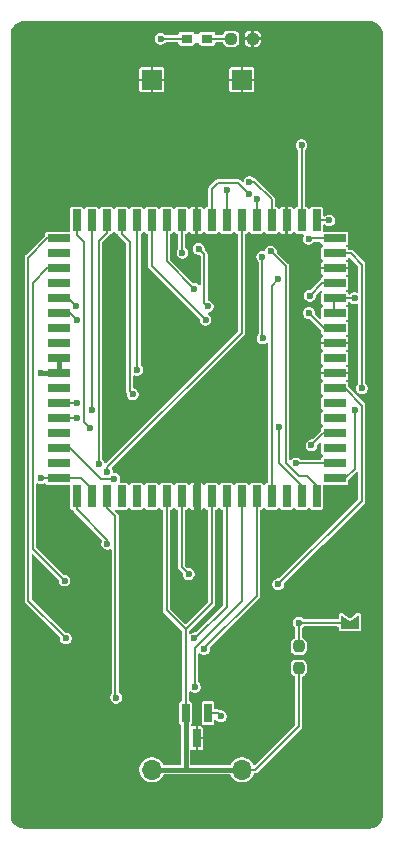
<source format=gbr>
G04 #@! TF.GenerationSoftware,KiCad,Pcbnew,9.0.6-9.0.6~ubuntu25.10.1*
G04 #@! TF.CreationDate,2025-12-01T20:39:09+09:00*
G04 #@! TF.ProjectId,bionic-z280,62696f6e-6963-42d7-9a32-38302e6b6963,1*
G04 #@! TF.SameCoordinates,Original*
G04 #@! TF.FileFunction,Copper,L1,Top*
G04 #@! TF.FilePolarity,Positive*
%FSLAX46Y46*%
G04 Gerber Fmt 4.6, Leading zero omitted, Abs format (unit mm)*
G04 Created by KiCad (PCBNEW 9.0.6-9.0.6~ubuntu25.10.1) date 2025-12-01 20:39:09*
%MOMM*%
%LPD*%
G01*
G04 APERTURE LIST*
G04 Aperture macros list*
%AMRoundRect*
0 Rectangle with rounded corners*
0 $1 Rounding radius*
0 $2 $3 $4 $5 $6 $7 $8 $9 X,Y pos of 4 corners*
0 Add a 4 corners polygon primitive as box body*
4,1,4,$2,$3,$4,$5,$6,$7,$8,$9,$2,$3,0*
0 Add four circle primitives for the rounded corners*
1,1,$1+$1,$2,$3*
1,1,$1+$1,$4,$5*
1,1,$1+$1,$6,$7*
1,1,$1+$1,$8,$9*
0 Add four rect primitives between the rounded corners*
20,1,$1+$1,$2,$3,$4,$5,0*
20,1,$1+$1,$4,$5,$6,$7,0*
20,1,$1+$1,$6,$7,$8,$9,0*
20,1,$1+$1,$8,$9,$2,$3,0*%
%AMFreePoly0*
4,1,6,1.000000,0.000000,0.500000,-0.750000,-0.500000,-0.750000,-0.500000,0.750000,0.500000,0.750000,1.000000,0.000000,1.000000,0.000000,$1*%
%AMFreePoly1*
4,1,6,0.500000,-0.750000,-0.650000,-0.750000,-0.150000,0.000000,-0.650000,0.750000,0.500000,0.750000,0.500000,-0.750000,0.500000,-0.750000,$1*%
G04 Aperture macros list end*
G04 #@! TA.AperFunction,SMDPad,CuDef*
%ADD10R,0.965200X0.762000*%
G04 #@! TD*
G04 #@! TA.AperFunction,SMDPad,CuDef*
%ADD11R,0.660400X1.625600*%
G04 #@! TD*
G04 #@! TA.AperFunction,SMDPad,CuDef*
%ADD12RoundRect,0.237500X-0.250000X-0.237500X0.250000X-0.237500X0.250000X0.237500X-0.250000X0.237500X0*%
G04 #@! TD*
G04 #@! TA.AperFunction,SMDPad,CuDef*
%ADD13FreePoly0,270.000000*%
G04 #@! TD*
G04 #@! TA.AperFunction,SMDPad,CuDef*
%ADD14FreePoly1,270.000000*%
G04 #@! TD*
G04 #@! TA.AperFunction,SMDPad,CuDef*
%ADD15RoundRect,0.237500X0.237500X-0.250000X0.237500X0.250000X-0.237500X0.250000X-0.237500X-0.250000X0*%
G04 #@! TD*
G04 #@! TA.AperFunction,SMDPad,CuDef*
%ADD16R,0.700000X1.910000*%
G04 #@! TD*
G04 #@! TA.AperFunction,SMDPad,CuDef*
%ADD17R,1.910000X0.700000*%
G04 #@! TD*
G04 #@! TA.AperFunction,ComponentPad*
%ADD18O,1.700000X1.700000*%
G04 #@! TD*
G04 #@! TA.AperFunction,ComponentPad*
%ADD19R,1.700000X1.700000*%
G04 #@! TD*
G04 #@! TA.AperFunction,ViaPad*
%ADD20C,0.600000*%
G04 #@! TD*
G04 #@! TA.AperFunction,Conductor*
%ADD21C,0.400000*%
G04 #@! TD*
G04 #@! TA.AperFunction,Conductor*
%ADD22C,0.200000*%
G04 #@! TD*
G04 #@! TA.AperFunction,Conductor*
%ADD23C,0.600000*%
G04 #@! TD*
G04 APERTURE END LIST*
D10*
X114576300Y-71600200D03*
X112823700Y-71600200D03*
D11*
X114639801Y-128699400D03*
X112739799Y-128699400D03*
X113689800Y-130831400D03*
D12*
X116597500Y-71600200D03*
X118422500Y-71600200D03*
D13*
X126654000Y-119604000D03*
D14*
X126654000Y-121054000D03*
D15*
X122336000Y-124887500D03*
X122336000Y-123062500D03*
D16*
X113674600Y-86985100D03*
X112404600Y-86985100D03*
X111134600Y-86985100D03*
X109864600Y-86985100D03*
X108594600Y-86985100D03*
X107324600Y-86985100D03*
X106054600Y-86985100D03*
X104784600Y-86985100D03*
X103514600Y-86985100D03*
D17*
X101994600Y-88505100D03*
X101994600Y-89775100D03*
X101994600Y-91045100D03*
X101994600Y-92315100D03*
X101994600Y-93585100D03*
X101994600Y-94855100D03*
X101994600Y-96125100D03*
X101994600Y-97395100D03*
X101994600Y-98665100D03*
X101994600Y-99935100D03*
X101994600Y-101205100D03*
X101994600Y-102475100D03*
X101994600Y-103745100D03*
X101994600Y-105015100D03*
X101994600Y-106285100D03*
X101994600Y-107555100D03*
X101994600Y-108825100D03*
D16*
X103514600Y-110345100D03*
X104784600Y-110345100D03*
X106054600Y-110345100D03*
X107324600Y-110345100D03*
X108594600Y-110345100D03*
X109864600Y-110345100D03*
X111134600Y-110345100D03*
X112404600Y-110345100D03*
X113674600Y-110345100D03*
X114944600Y-110345100D03*
X116214600Y-110345100D03*
X117484600Y-110345100D03*
X118754600Y-110345100D03*
X120024600Y-110345100D03*
X121294600Y-110345100D03*
X122564600Y-110345100D03*
X123834600Y-110345100D03*
D17*
X125354600Y-108825100D03*
X125354600Y-107555100D03*
X125354600Y-106285100D03*
X125354600Y-105015100D03*
X125354600Y-103745100D03*
X125354600Y-102475100D03*
X125354600Y-101205100D03*
X125354600Y-99935100D03*
X125354600Y-98665100D03*
X125354600Y-97395100D03*
X125354600Y-96125100D03*
X125354600Y-94855100D03*
X125354600Y-93585100D03*
X125354600Y-92315100D03*
X125354600Y-91045100D03*
X125354600Y-89775100D03*
X125354600Y-88505100D03*
D16*
X123834600Y-86985100D03*
X122564600Y-86985100D03*
X121294600Y-86985100D03*
X120024600Y-86985100D03*
X118754600Y-86985100D03*
X117484600Y-86985100D03*
X116214600Y-86985100D03*
X114944600Y-86985100D03*
D18*
X117510000Y-133500000D03*
D19*
X117510000Y-75080000D03*
X109890000Y-75080000D03*
D18*
X109890000Y-133500000D03*
D20*
X100517400Y-99946600D03*
X100517400Y-108811200D03*
X110626600Y-71600200D03*
X127060400Y-93571200D03*
X113674600Y-109039800D03*
X119135600Y-105585400D03*
X103463800Y-82674600D03*
X113674600Y-112164000D03*
X126374600Y-72540000D03*
X109636000Y-91717000D03*
X127009600Y-98676600D03*
X122539200Y-113459400D03*
X113700000Y-107185600D03*
X111490200Y-96644600D03*
X102244600Y-113688000D03*
X123352000Y-98600400D03*
X115605000Y-116990000D03*
X111795000Y-100784800D03*
X104860800Y-123340000D03*
X121142200Y-89354800D03*
X118322800Y-98321000D03*
X123072600Y-90980400D03*
X108518400Y-112900600D03*
X104810000Y-128750200D03*
X114411200Y-132204600D03*
X101076200Y-131061600D03*
X125892000Y-131722000D03*
X101000000Y-75080000D03*
X119491200Y-80693400D03*
X113725400Y-85214600D03*
X122102119Y-107569504D03*
X123156335Y-88549535D03*
X106867400Y-127394400D03*
X127670000Y-101191200D03*
X127070000Y-103045400D03*
X119237200Y-90063459D03*
X119259600Y-96974800D03*
X104614335Y-104561865D03*
X120601265Y-91938065D03*
X124901400Y-86992600D03*
X113522200Y-126480000D03*
X120624600Y-104518600D03*
X108264400Y-101699200D03*
X104784600Y-103075100D03*
X113496800Y-122374800D03*
X123275800Y-93368000D03*
X119952078Y-89616520D03*
X108645400Y-99641800D03*
X106080000Y-108262000D03*
X105384600Y-107617400D03*
X113852400Y-89405600D03*
X114614400Y-94272800D03*
X123199600Y-94841200D03*
X114314765Y-123268965D03*
X115732000Y-128978800D03*
X103514600Y-103731200D03*
X123402800Y-106033000D03*
X118100322Y-84718300D03*
X120583400Y-117802800D03*
X103514600Y-95450800D03*
X113476565Y-92788965D03*
X102493000Y-117478200D03*
X118773505Y-85150538D03*
X112480800Y-89735800D03*
X114436600Y-95400000D03*
X103514600Y-102475100D03*
X118154600Y-83741400D03*
X103451100Y-94218900D03*
X116214600Y-84401800D03*
X122564600Y-80617200D03*
X102612900Y-122387500D03*
X106121200Y-114373800D03*
X106689600Y-108862000D03*
X113001500Y-116926500D03*
X122336000Y-121054000D03*
D21*
X102002100Y-98665100D02*
X102002000Y-98665100D01*
D22*
X127060400Y-93571200D02*
X125361000Y-93571200D01*
X125361000Y-93571200D02*
X125347100Y-93585100D01*
X122336000Y-124887500D02*
X122336000Y-129817000D01*
X101994600Y-108825100D02*
X100531300Y-108825100D01*
D21*
X112739800Y-128699400D02*
X112740000Y-128699400D01*
D22*
X101990600Y-99946600D02*
X102002100Y-99935100D01*
D21*
X102002100Y-98665100D02*
X102002000Y-98665100D01*
D22*
X118653000Y-133500000D02*
X117510000Y-133500000D01*
X104784600Y-110345100D02*
X104784600Y-109740100D01*
D21*
X102002100Y-99935100D02*
X102002000Y-99935100D01*
X101988200Y-99921200D02*
X102002100Y-99935100D01*
X102002100Y-99935100D02*
X102002000Y-99935100D01*
D22*
X100531300Y-108825100D02*
X100517400Y-108811200D01*
D21*
X112735000Y-133500000D02*
X109890000Y-133500000D01*
X102002100Y-99935100D02*
X102002100Y-98665100D01*
D22*
X114944600Y-119415257D02*
X112739799Y-121620058D01*
X112739799Y-121620058D02*
X112739799Y-128699400D01*
D21*
X117510000Y-133500000D02*
X112735000Y-133500000D01*
X112740000Y-128699400D02*
X112740000Y-133495000D01*
X112739800Y-128699400D02*
X112740000Y-128699400D01*
D22*
X122336000Y-129817000D02*
X118653000Y-133500000D01*
X103869600Y-108825100D02*
X101994600Y-108825100D01*
X111134600Y-110345100D02*
X111134600Y-120014859D01*
X114944600Y-110345100D02*
X114944600Y-119415257D01*
D21*
X100517400Y-99946600D02*
X101990600Y-99946600D01*
D22*
X111134600Y-120014859D02*
X112739799Y-121620058D01*
D21*
X112740000Y-133495000D02*
X112735000Y-133500000D01*
D22*
X104784600Y-109740100D02*
X103869600Y-108825100D01*
X125347100Y-93585100D02*
X125347100Y-94855100D01*
X110626600Y-71600200D02*
X112823700Y-71600200D01*
D21*
X112824000Y-71600200D02*
X112823700Y-71600200D01*
D23*
X113674600Y-109039800D02*
X113674600Y-110337600D01*
X113674600Y-110337600D02*
X113674600Y-112164000D01*
D22*
X116598000Y-71600200D02*
X114576000Y-71600200D01*
X122116523Y-107555100D02*
X125347100Y-107555100D01*
X122102119Y-107569504D02*
X122116523Y-107555100D01*
X123200770Y-88505100D02*
X125347100Y-88505100D01*
X123156335Y-88549535D02*
X123200770Y-88505100D01*
X106867400Y-127394400D02*
X106791200Y-127318200D01*
X106791200Y-127318200D02*
X106791200Y-112049700D01*
X106054600Y-111313100D02*
X106054600Y-110337600D01*
X106791200Y-112049700D02*
X106054600Y-111313100D01*
X127670000Y-90726400D02*
X126718700Y-89775100D01*
X127670000Y-101191200D02*
X127670000Y-90726400D01*
X126718700Y-89775100D02*
X125347100Y-89775100D01*
X127070000Y-103045400D02*
X127085800Y-103061200D01*
X126259100Y-108825100D02*
X125347100Y-108825100D01*
X127085800Y-103061200D02*
X127085800Y-107998400D01*
X127085800Y-107998400D02*
X126259100Y-108825100D01*
X119237200Y-90063459D02*
X119237200Y-96952400D01*
X119237200Y-96952400D02*
X119259600Y-96974800D01*
X104114600Y-104062130D02*
X104114600Y-88786400D01*
X103514600Y-88186400D02*
X103514600Y-86992600D01*
X104114600Y-88786400D02*
X103514600Y-88186400D01*
X104614335Y-104561865D02*
X104114600Y-104062130D01*
X120024600Y-92514730D02*
X120024600Y-110337600D01*
X120601265Y-91938065D02*
X120024600Y-92514730D01*
X124901400Y-86992600D02*
X123834600Y-86992600D01*
X113522200Y-126480000D02*
X113522200Y-123213000D01*
X113522200Y-123213000D02*
X117484600Y-119250600D01*
X117484600Y-119250600D02*
X117484600Y-110337600D01*
X120634200Y-107515800D02*
X122564600Y-109446200D01*
X120634200Y-104528200D02*
X120634200Y-107515800D01*
X122564600Y-109446200D02*
X122564600Y-110337600D01*
X120624600Y-104518600D02*
X120634200Y-104528200D01*
X107324600Y-88135600D02*
X107324600Y-86992600D01*
X108010400Y-88821400D02*
X107324600Y-88135600D01*
X108264400Y-101699200D02*
X108010400Y-101445200D01*
X108010400Y-101445200D02*
X108010400Y-88821400D01*
X104784600Y-103075100D02*
X104784600Y-86992600D01*
X113496800Y-122374800D02*
X113522200Y-122374800D01*
X113522200Y-122374800D02*
X116214600Y-119682400D01*
X116214600Y-119682400D02*
X116214600Y-110337600D01*
X123275800Y-93368000D02*
X124328700Y-92315100D01*
X124328700Y-92315100D02*
X125347100Y-92315100D01*
X123834600Y-109446200D02*
X123834600Y-110337600D01*
X123021800Y-108633400D02*
X123834600Y-109446200D01*
X121224600Y-90889042D02*
X121224600Y-107540514D01*
X121224600Y-107540514D02*
X122317486Y-108633400D01*
X119952078Y-89616520D02*
X121224600Y-90889042D01*
X122317486Y-108633400D02*
X123021800Y-108633400D01*
X108645400Y-87043400D02*
X108594600Y-86992600D01*
X108645400Y-99641800D02*
X108645400Y-87043400D01*
X106080000Y-107896800D02*
X117484600Y-96492200D01*
X106080000Y-108262000D02*
X106080000Y-107896800D01*
X117484600Y-96492200D02*
X117484600Y-86992600D01*
X106054600Y-88059400D02*
X106054600Y-86992600D01*
X105384600Y-107617400D02*
X105384600Y-88729400D01*
X105384600Y-88729400D02*
X106054600Y-88059400D01*
X123199600Y-94866600D02*
X124458100Y-96125100D01*
X114309600Y-89862800D02*
X113852400Y-89405600D01*
X114309600Y-93968000D02*
X114309600Y-89862800D01*
X123199600Y-94841200D02*
X123199600Y-94866600D01*
X124458100Y-96125100D02*
X125347100Y-96125100D01*
X114614400Y-94272800D02*
X114309600Y-93968000D01*
X114314765Y-123207835D02*
X118754600Y-118768000D01*
X118754600Y-118768000D02*
X118754600Y-110337600D01*
X114314765Y-123268965D02*
X114314765Y-123207835D01*
X115452400Y-128699200D02*
X114640000Y-128699200D01*
X114639800Y-128699400D02*
X114640000Y-128699200D01*
X114640000Y-128699200D02*
X114640000Y-128699000D01*
X115732000Y-128978800D02*
X115452400Y-128699200D01*
X114639800Y-128699400D02*
X114640000Y-128699200D01*
X102002100Y-103745100D02*
X103500700Y-103745100D01*
X103500700Y-103745100D02*
X103514600Y-103731200D01*
X123402800Y-106033000D02*
X124420700Y-105015100D01*
X124420700Y-105015100D02*
X125347100Y-105015100D01*
X114944600Y-84357900D02*
X114944600Y-86992600D01*
X118100322Y-84718300D02*
X117174222Y-83792200D01*
X117174222Y-83792200D02*
X115510300Y-83792200D01*
X115510300Y-83792200D02*
X114944600Y-84357900D01*
X127670000Y-102664400D02*
X126210700Y-101205100D01*
X127670000Y-110716200D02*
X127670000Y-102664400D01*
X126210700Y-101205100D02*
X125347100Y-101205100D01*
X120583400Y-117802800D02*
X127670000Y-110716200D01*
X103514600Y-95450800D02*
X102918900Y-94855100D01*
X102918900Y-94855100D02*
X102002100Y-94855100D01*
X113476565Y-92788965D02*
X111134600Y-90447000D01*
X111134600Y-90447000D02*
X111134600Y-86992600D01*
X99806200Y-114791400D02*
X99806200Y-92275800D01*
X102493000Y-117478200D02*
X99806200Y-114791400D01*
X101036900Y-91045100D02*
X102002100Y-91045100D01*
X99806200Y-92275800D02*
X101036900Y-91045100D01*
X118773505Y-85150538D02*
X118754600Y-85169443D01*
X118754600Y-85169443D02*
X118754600Y-86992600D01*
X112404600Y-89659600D02*
X112404600Y-86992600D01*
X112480800Y-89735800D02*
X112404600Y-89659600D01*
X109864600Y-90828000D02*
X109864600Y-86992600D01*
X114436600Y-95400000D02*
X109864600Y-90828000D01*
X103514600Y-102475100D02*
X102002100Y-102475100D01*
X118154600Y-83741400D02*
X118551400Y-83741400D01*
X118551400Y-83741400D02*
X120024600Y-85214600D01*
X120024600Y-85214600D02*
X120024600Y-86992600D01*
X102817300Y-93585100D02*
X102002100Y-93585100D01*
X103451100Y-94218900D02*
X102817300Y-93585100D01*
X116214600Y-84401800D02*
X116214600Y-86992600D01*
X122564600Y-80617200D02*
X122564600Y-86992600D01*
X99406200Y-90135800D02*
X101036900Y-88505100D01*
X99406200Y-119180800D02*
X99406200Y-90135800D01*
X101036900Y-88505100D02*
X102002100Y-88505100D01*
X102612900Y-122387500D02*
X99406200Y-119180800D01*
X106121200Y-114373800D02*
X106121200Y-114059400D01*
X103514600Y-111452800D02*
X103514600Y-110337600D01*
X106121200Y-114059400D02*
X103514600Y-111452800D01*
X106689600Y-108862000D02*
X105572000Y-108862000D01*
X105572000Y-108862000D02*
X102995100Y-106285100D01*
X102995100Y-106285100D02*
X102002100Y-106285100D01*
X122336000Y-121054000D02*
X122336000Y-123062500D01*
X113001500Y-116926500D02*
X112404600Y-116329600D01*
X126654000Y-121054000D02*
X122336000Y-121054000D01*
X112404600Y-116329600D02*
X112404600Y-110345100D01*
G04 #@! TA.AperFunction,Conductor*
G36*
X115608899Y-111312320D02*
G01*
X115627972Y-111316114D01*
X115636026Y-111324827D01*
X115646802Y-111329795D01*
X115656303Y-111346761D01*
X115669506Y-111361043D01*
X115672900Y-111371490D01*
X115675732Y-111378327D01*
X115675733Y-111378331D01*
X115720048Y-111444652D01*
X115786369Y-111488967D01*
X115834416Y-111498524D01*
X115887798Y-111528420D01*
X115913414Y-111583985D01*
X115914100Y-111595621D01*
X115914100Y-119516920D01*
X115895193Y-119575111D01*
X115885104Y-119586924D01*
X113626724Y-121845304D01*
X113572207Y-121873081D01*
X113556720Y-121874300D01*
X113430908Y-121874300D01*
X113375912Y-121889036D01*
X113303612Y-121908408D01*
X113188799Y-121974696D01*
X113178451Y-121976895D01*
X113169892Y-121983114D01*
X113149194Y-121983114D01*
X113128950Y-121987417D01*
X113119286Y-121983114D01*
X113108706Y-121983114D01*
X113091960Y-121970947D01*
X113073055Y-121962530D01*
X113067765Y-121953369D01*
X113059206Y-121947150D01*
X113052810Y-121927465D01*
X113042462Y-121909542D01*
X113040299Y-121888959D01*
X113040299Y-121785536D01*
X113059206Y-121727345D01*
X113069289Y-121715538D01*
X115185060Y-119599768D01*
X115213158Y-119551100D01*
X115224621Y-119531246D01*
X115245100Y-119454819D01*
X115245100Y-111595621D01*
X115264007Y-111537430D01*
X115313507Y-111501466D01*
X115324773Y-111498526D01*
X115372831Y-111488967D01*
X115439152Y-111444652D01*
X115483467Y-111378331D01*
X115483468Y-111378325D01*
X115487197Y-111369324D01*
X115488642Y-111369922D01*
X115489694Y-111361043D01*
X115502896Y-111346761D01*
X115512398Y-111329795D01*
X115523173Y-111324827D01*
X115531228Y-111316114D01*
X115550300Y-111312320D01*
X115567962Y-111304178D01*
X115579600Y-111306492D01*
X115591238Y-111304178D01*
X115608899Y-111312320D01*
G37*
G04 #@! TD.AperFunction*
G04 #@! TA.AperFunction,Conductor*
G36*
X128309309Y-70100877D02*
G01*
X128499457Y-70117512D01*
X128516437Y-70120505D01*
X128696635Y-70168789D01*
X128712839Y-70174687D01*
X128881902Y-70253523D01*
X128896842Y-70262149D01*
X129049641Y-70369140D01*
X129062861Y-70380232D01*
X129194767Y-70512138D01*
X129205859Y-70525358D01*
X129312850Y-70678157D01*
X129321478Y-70693101D01*
X129400308Y-70862151D01*
X129406211Y-70878368D01*
X129454492Y-71058555D01*
X129457488Y-71075550D01*
X129474123Y-71265690D01*
X129474500Y-71274318D01*
X129474500Y-137305681D01*
X129474123Y-137314309D01*
X129457488Y-137504449D01*
X129454492Y-137521444D01*
X129406211Y-137701631D01*
X129400308Y-137717848D01*
X129321478Y-137886898D01*
X129312850Y-137901842D01*
X129205859Y-138054641D01*
X129194767Y-138067861D01*
X129062861Y-138199767D01*
X129049641Y-138210859D01*
X128896842Y-138317850D01*
X128881898Y-138326478D01*
X128712848Y-138405308D01*
X128696631Y-138411211D01*
X128516444Y-138459492D01*
X128499449Y-138462488D01*
X128309309Y-138479123D01*
X128300681Y-138479500D01*
X99099319Y-138479500D01*
X99090691Y-138479123D01*
X98900550Y-138462488D01*
X98883555Y-138459492D01*
X98703368Y-138411211D01*
X98687154Y-138405309D01*
X98518100Y-138326477D01*
X98503157Y-138317850D01*
X98350358Y-138210859D01*
X98337138Y-138199767D01*
X98205232Y-138067861D01*
X98194140Y-138054641D01*
X98087149Y-137901842D01*
X98078523Y-137886902D01*
X97999687Y-137717839D01*
X97993788Y-137701631D01*
X97974843Y-137630926D01*
X97945505Y-137521437D01*
X97942512Y-137504457D01*
X97925877Y-137314309D01*
X97925500Y-137305681D01*
X97925500Y-90096235D01*
X99105700Y-90096235D01*
X99105700Y-90096238D01*
X99105700Y-119220362D01*
X99126179Y-119296789D01*
X99127609Y-119299265D01*
X99127610Y-119299269D01*
X99139993Y-119320716D01*
X99165740Y-119365311D01*
X102083405Y-122282976D01*
X102111181Y-122337491D01*
X102112400Y-122352978D01*
X102112400Y-122453392D01*
X102124697Y-122499285D01*
X102146509Y-122580690D01*
X102212396Y-122694809D01*
X102212398Y-122694811D01*
X102212400Y-122694814D01*
X102305586Y-122788000D01*
X102305588Y-122788001D01*
X102305590Y-122788003D01*
X102419710Y-122853890D01*
X102419708Y-122853890D01*
X102419712Y-122853891D01*
X102419714Y-122853892D01*
X102547008Y-122888000D01*
X102547010Y-122888000D01*
X102678790Y-122888000D01*
X102678792Y-122888000D01*
X102806086Y-122853892D01*
X102806088Y-122853890D01*
X102806090Y-122853890D01*
X102920209Y-122788003D01*
X102920209Y-122788002D01*
X102920214Y-122788000D01*
X103013400Y-122694814D01*
X103013403Y-122694809D01*
X103079290Y-122580690D01*
X103079290Y-122580688D01*
X103079292Y-122580686D01*
X103113400Y-122453392D01*
X103113400Y-122321608D01*
X103079292Y-122194314D01*
X103079290Y-122194311D01*
X103079290Y-122194309D01*
X103013403Y-122080190D01*
X103013401Y-122080188D01*
X103013400Y-122080186D01*
X102920214Y-121987000D01*
X102920211Y-121986998D01*
X102920209Y-121986996D01*
X102806089Y-121921109D01*
X102806091Y-121921109D01*
X102756699Y-121907875D01*
X102678792Y-121887000D01*
X102578379Y-121887000D01*
X102520188Y-121868093D01*
X102508375Y-121858004D01*
X99735696Y-119085325D01*
X99707919Y-119030808D01*
X99706700Y-119015321D01*
X99706700Y-115355879D01*
X99725607Y-115297688D01*
X99775107Y-115261724D01*
X99836293Y-115261724D01*
X99875704Y-115285875D01*
X101963504Y-117373675D01*
X101991281Y-117428192D01*
X101992500Y-117443679D01*
X101992500Y-117544092D01*
X102022579Y-117656351D01*
X102026609Y-117671390D01*
X102092496Y-117785509D01*
X102092498Y-117785511D01*
X102092500Y-117785514D01*
X102185686Y-117878700D01*
X102185688Y-117878701D01*
X102185690Y-117878703D01*
X102299810Y-117944590D01*
X102299808Y-117944590D01*
X102299812Y-117944591D01*
X102299814Y-117944592D01*
X102427108Y-117978700D01*
X102427110Y-117978700D01*
X102558890Y-117978700D01*
X102558892Y-117978700D01*
X102686186Y-117944592D01*
X102686188Y-117944590D01*
X102686190Y-117944590D01*
X102800309Y-117878703D01*
X102800309Y-117878702D01*
X102800314Y-117878700D01*
X102893500Y-117785514D01*
X102959392Y-117671386D01*
X102993500Y-117544092D01*
X102993500Y-117412308D01*
X102959392Y-117285014D01*
X102959390Y-117285011D01*
X102959390Y-117285009D01*
X102893503Y-117170890D01*
X102893501Y-117170888D01*
X102893500Y-117170886D01*
X102800314Y-117077700D01*
X102800311Y-117077698D01*
X102800309Y-117077696D01*
X102686189Y-117011809D01*
X102686191Y-117011809D01*
X102636799Y-116998575D01*
X102558892Y-116977700D01*
X102458479Y-116977700D01*
X102400288Y-116958793D01*
X102388475Y-116948704D01*
X100135696Y-114695925D01*
X100107919Y-114641408D01*
X100106700Y-114625921D01*
X100106700Y-109323483D01*
X100125607Y-109265292D01*
X100175107Y-109229328D01*
X100236293Y-109229328D01*
X100255199Y-109237746D01*
X100324214Y-109277592D01*
X100451508Y-109311700D01*
X100451510Y-109311700D01*
X100583290Y-109311700D01*
X100583292Y-109311700D01*
X100710586Y-109277592D01*
X100743115Y-109258810D01*
X100802963Y-109246089D01*
X100858859Y-109270975D01*
X100874930Y-109289544D01*
X100895048Y-109319652D01*
X100961369Y-109363967D01*
X100993469Y-109370352D01*
X101019841Y-109375598D01*
X101019846Y-109375598D01*
X101019852Y-109375600D01*
X102865100Y-109375600D01*
X102923291Y-109394507D01*
X102959255Y-109444007D01*
X102964100Y-109474600D01*
X102964100Y-111319846D01*
X102964101Y-111319858D01*
X102972294Y-111361043D01*
X102975733Y-111378331D01*
X103020048Y-111444652D01*
X103086369Y-111488967D01*
X103130831Y-111497811D01*
X103144841Y-111500598D01*
X103144842Y-111500598D01*
X103144852Y-111500600D01*
X103144861Y-111500600D01*
X103149688Y-111501076D01*
X103149443Y-111503557D01*
X103198533Y-111519507D01*
X103230472Y-111563467D01*
X103232096Y-111562795D01*
X103234578Y-111568787D01*
X103248626Y-111593120D01*
X103267303Y-111625468D01*
X103274140Y-111637311D01*
X105401750Y-113764921D01*
X105660620Y-114023791D01*
X105688397Y-114078308D01*
X105678826Y-114138740D01*
X105676354Y-114143292D01*
X105654809Y-114180610D01*
X105654808Y-114180614D01*
X105620700Y-114307908D01*
X105620700Y-114439692D01*
X105650779Y-114551951D01*
X105654809Y-114566990D01*
X105720696Y-114681109D01*
X105720698Y-114681111D01*
X105720700Y-114681114D01*
X105813886Y-114774300D01*
X105813888Y-114774301D01*
X105813890Y-114774303D01*
X105928010Y-114840190D01*
X105928008Y-114840190D01*
X105928012Y-114840191D01*
X105928014Y-114840192D01*
X106055308Y-114874300D01*
X106055310Y-114874300D01*
X106187090Y-114874300D01*
X106187092Y-114874300D01*
X106314386Y-114840192D01*
X106342199Y-114824133D01*
X106402047Y-114811412D01*
X106457943Y-114836298D01*
X106488536Y-114889286D01*
X106490700Y-114909870D01*
X106490700Y-127022463D01*
X106471793Y-127080654D01*
X106470242Y-127082731D01*
X106466896Y-127087091D01*
X106401009Y-127201209D01*
X106401008Y-127201214D01*
X106366900Y-127328508D01*
X106366900Y-127460292D01*
X106396979Y-127572551D01*
X106401009Y-127587590D01*
X106466896Y-127701709D01*
X106466898Y-127701711D01*
X106466900Y-127701714D01*
X106560086Y-127794900D01*
X106560088Y-127794901D01*
X106560090Y-127794903D01*
X106674210Y-127860790D01*
X106674208Y-127860790D01*
X106674212Y-127860791D01*
X106674214Y-127860792D01*
X106801508Y-127894900D01*
X106801510Y-127894900D01*
X106933290Y-127894900D01*
X106933292Y-127894900D01*
X107060586Y-127860792D01*
X107060588Y-127860790D01*
X107060590Y-127860790D01*
X107174709Y-127794903D01*
X107174709Y-127794902D01*
X107174714Y-127794900D01*
X107267900Y-127701714D01*
X107270198Y-127697734D01*
X107333790Y-127587590D01*
X107333790Y-127587588D01*
X107333792Y-127587586D01*
X107367900Y-127460292D01*
X107367900Y-127328508D01*
X107333792Y-127201214D01*
X107333790Y-127201211D01*
X107333790Y-127201209D01*
X107267903Y-127087090D01*
X107267901Y-127087088D01*
X107267900Y-127087086D01*
X107174714Y-126993900D01*
X107141198Y-126974549D01*
X107100258Y-126929078D01*
X107091700Y-126888813D01*
X107091700Y-112010139D01*
X107091700Y-112010138D01*
X107071222Y-111933712D01*
X107071220Y-111933709D01*
X107071220Y-111933707D01*
X107031663Y-111865193D01*
X107031661Y-111865191D01*
X107031660Y-111865189D01*
X106826382Y-111659911D01*
X106798607Y-111605397D01*
X106808178Y-111544965D01*
X106851443Y-111501700D01*
X106911875Y-111492129D01*
X106915704Y-111492813D01*
X106954843Y-111500599D01*
X106954850Y-111500599D01*
X106954852Y-111500600D01*
X106954853Y-111500600D01*
X107694347Y-111500600D01*
X107694348Y-111500600D01*
X107752831Y-111488967D01*
X107819152Y-111444652D01*
X107863467Y-111378331D01*
X107863468Y-111378325D01*
X107867197Y-111369324D01*
X107869684Y-111370354D01*
X107892398Y-111329795D01*
X107947962Y-111304178D01*
X108007972Y-111316114D01*
X108049506Y-111361043D01*
X108052900Y-111371490D01*
X108055732Y-111378327D01*
X108055733Y-111378331D01*
X108100048Y-111444652D01*
X108166369Y-111488967D01*
X108210831Y-111497811D01*
X108224841Y-111500598D01*
X108224846Y-111500598D01*
X108224852Y-111500600D01*
X108224853Y-111500600D01*
X108964347Y-111500600D01*
X108964348Y-111500600D01*
X109022831Y-111488967D01*
X109089152Y-111444652D01*
X109133467Y-111378331D01*
X109133468Y-111378325D01*
X109137197Y-111369324D01*
X109139684Y-111370354D01*
X109162398Y-111329795D01*
X109217962Y-111304178D01*
X109277972Y-111316114D01*
X109319506Y-111361043D01*
X109322900Y-111371490D01*
X109325732Y-111378327D01*
X109325733Y-111378331D01*
X109370048Y-111444652D01*
X109436369Y-111488967D01*
X109480831Y-111497811D01*
X109494841Y-111500598D01*
X109494846Y-111500598D01*
X109494852Y-111500600D01*
X109494853Y-111500600D01*
X110234347Y-111500600D01*
X110234348Y-111500600D01*
X110292831Y-111488967D01*
X110359152Y-111444652D01*
X110403467Y-111378331D01*
X110403468Y-111378325D01*
X110407197Y-111369324D01*
X110409684Y-111370354D01*
X110432398Y-111329795D01*
X110487962Y-111304178D01*
X110547972Y-111316114D01*
X110589506Y-111361043D01*
X110592900Y-111371490D01*
X110595732Y-111378327D01*
X110595733Y-111378331D01*
X110640048Y-111444652D01*
X110706369Y-111488967D01*
X110754416Y-111498524D01*
X110807798Y-111528420D01*
X110833414Y-111583985D01*
X110834100Y-111595621D01*
X110834100Y-120054423D01*
X110854578Y-120130847D01*
X110854580Y-120130851D01*
X110894138Y-120199367D01*
X110894140Y-120199370D01*
X112410304Y-121715534D01*
X112438080Y-121770049D01*
X112439299Y-121785536D01*
X112439299Y-127595017D01*
X112420392Y-127653208D01*
X112370892Y-127689172D01*
X112359614Y-127692114D01*
X112331371Y-127697732D01*
X112331365Y-127697734D01*
X112265050Y-127742045D01*
X112265044Y-127742051D01*
X112220733Y-127808366D01*
X112220731Y-127808372D01*
X112209100Y-127866841D01*
X112209099Y-127866853D01*
X112209099Y-129531946D01*
X112209100Y-129531958D01*
X112220731Y-129590427D01*
X112220733Y-129590433D01*
X112265044Y-129656748D01*
X112265047Y-129656752D01*
X112295502Y-129677102D01*
X112333381Y-129725150D01*
X112339500Y-129759416D01*
X112339500Y-133000500D01*
X112320593Y-133058691D01*
X112271093Y-133094655D01*
X112240500Y-133099500D01*
X110927310Y-133099500D01*
X110869119Y-133080593D01*
X110835846Y-133038385D01*
X110820942Y-133002404D01*
X110705979Y-132830348D01*
X110705977Y-132830345D01*
X110559655Y-132684023D01*
X110387598Y-132569059D01*
X110387599Y-132569059D01*
X110387597Y-132569058D01*
X110196418Y-132489869D01*
X109993467Y-132449500D01*
X109993465Y-132449500D01*
X109786535Y-132449500D01*
X109786532Y-132449500D01*
X109583581Y-132489869D01*
X109392402Y-132569058D01*
X109220348Y-132684020D01*
X109074020Y-132830348D01*
X108959058Y-133002402D01*
X108879869Y-133193581D01*
X108839500Y-133396532D01*
X108839500Y-133603467D01*
X108879869Y-133806418D01*
X108959058Y-133997597D01*
X108959059Y-133997598D01*
X109074023Y-134169655D01*
X109220345Y-134315977D01*
X109392402Y-134430941D01*
X109583580Y-134510130D01*
X109786535Y-134550500D01*
X109786536Y-134550500D01*
X109993464Y-134550500D01*
X109993465Y-134550500D01*
X110196420Y-134510130D01*
X110387598Y-134430941D01*
X110559655Y-134315977D01*
X110705977Y-134169655D01*
X110820941Y-133997598D01*
X110835846Y-133961615D01*
X110875582Y-133915089D01*
X110927310Y-133900500D01*
X112682273Y-133900500D01*
X112787727Y-133900500D01*
X116472690Y-133900500D01*
X116530881Y-133919407D01*
X116564154Y-133961615D01*
X116579057Y-133997595D01*
X116579058Y-133997597D01*
X116579059Y-133997598D01*
X116694023Y-134169655D01*
X116840345Y-134315977D01*
X117012402Y-134430941D01*
X117203580Y-134510130D01*
X117406535Y-134550500D01*
X117406536Y-134550500D01*
X117613464Y-134550500D01*
X117613465Y-134550500D01*
X117816420Y-134510130D01*
X118007598Y-134430941D01*
X118179655Y-134315977D01*
X118325977Y-134169655D01*
X118440941Y-133997598D01*
X118497268Y-133861614D01*
X118537005Y-133815088D01*
X118588732Y-133800500D01*
X118692563Y-133800500D01*
X118692563Y-133800499D01*
X118768989Y-133780021D01*
X118837511Y-133740460D01*
X118893460Y-133684511D01*
X122576460Y-130001511D01*
X122616022Y-129932988D01*
X122636500Y-129856562D01*
X122636500Y-129777438D01*
X122636500Y-125649739D01*
X122655407Y-125591548D01*
X122702801Y-125556295D01*
X122780475Y-125529116D01*
X122886711Y-125450711D01*
X122965116Y-125344475D01*
X123008725Y-125219849D01*
X123011500Y-125190256D01*
X123011500Y-124584744D01*
X123011500Y-124584738D01*
X123011499Y-124584733D01*
X123008725Y-124555155D01*
X123008725Y-124555151D01*
X122965116Y-124430525D01*
X122886711Y-124324289D01*
X122886706Y-124324285D01*
X122780476Y-124245884D01*
X122655852Y-124202276D01*
X122655851Y-124202275D01*
X122655849Y-124202275D01*
X122655847Y-124202274D01*
X122655844Y-124202274D01*
X122626266Y-124199500D01*
X122626256Y-124199500D01*
X122045744Y-124199500D01*
X122045733Y-124199500D01*
X122016155Y-124202274D01*
X122016147Y-124202276D01*
X121891523Y-124245884D01*
X121785293Y-124324285D01*
X121785285Y-124324293D01*
X121706884Y-124430523D01*
X121663276Y-124555147D01*
X121663274Y-124555155D01*
X121660500Y-124584733D01*
X121660500Y-125190266D01*
X121663274Y-125219844D01*
X121663276Y-125219852D01*
X121706884Y-125344476D01*
X121785285Y-125450706D01*
X121785289Y-125450711D01*
X121785292Y-125450713D01*
X121785293Y-125450714D01*
X121891523Y-125529115D01*
X121891524Y-125529115D01*
X121891525Y-125529116D01*
X121969198Y-125556295D01*
X122017878Y-125593360D01*
X122035500Y-125649739D01*
X122035500Y-129651521D01*
X122016593Y-129709712D01*
X122006504Y-129721525D01*
X118629091Y-133098937D01*
X118574574Y-133126714D01*
X118514142Y-133117143D01*
X118470877Y-133073878D01*
X118467623Y-133066818D01*
X118440942Y-133002404D01*
X118325979Y-132830348D01*
X118325977Y-132830345D01*
X118179655Y-132684023D01*
X118007598Y-132569059D01*
X118007599Y-132569059D01*
X118007597Y-132569058D01*
X117816418Y-132489869D01*
X117613467Y-132449500D01*
X117613465Y-132449500D01*
X117406535Y-132449500D01*
X117406532Y-132449500D01*
X117203581Y-132489869D01*
X117012402Y-132569058D01*
X116840348Y-132684020D01*
X116694020Y-132830348D01*
X116579057Y-133002404D01*
X116564154Y-133038385D01*
X116524418Y-133084911D01*
X116472690Y-133099500D01*
X113239500Y-133099500D01*
X113181309Y-133080593D01*
X113145345Y-133031093D01*
X113140500Y-133000500D01*
X113140500Y-131922329D01*
X113159407Y-131864138D01*
X113208907Y-131828174D01*
X113270093Y-131828174D01*
X113277390Y-131830867D01*
X113281564Y-131832596D01*
X113339899Y-131844199D01*
X113339903Y-131844200D01*
X113589799Y-131844200D01*
X113589800Y-131844199D01*
X113589800Y-130931401D01*
X113789800Y-130931401D01*
X113789800Y-131844199D01*
X113789801Y-131844200D01*
X114039697Y-131844200D01*
X114039700Y-131844199D01*
X114098036Y-131832596D01*
X114164189Y-131788393D01*
X114164193Y-131788389D01*
X114208396Y-131722236D01*
X114219999Y-131663900D01*
X114220000Y-131663897D01*
X114220000Y-130931401D01*
X114219999Y-130931400D01*
X113789801Y-130931400D01*
X113789800Y-130931401D01*
X113589800Y-130931401D01*
X113589800Y-129818601D01*
X113789800Y-129818601D01*
X113789800Y-130731399D01*
X113789801Y-130731400D01*
X114219999Y-130731400D01*
X114220000Y-130731399D01*
X114220000Y-129998902D01*
X114219999Y-129998899D01*
X114208396Y-129940563D01*
X114167962Y-129880051D01*
X114063406Y-129823315D01*
X114039702Y-129818600D01*
X113789801Y-129818600D01*
X113789800Y-129818601D01*
X113589800Y-129818601D01*
X113589799Y-129818600D01*
X113339896Y-129818600D01*
X113301478Y-129826242D01*
X113240716Y-129819050D01*
X113195787Y-129777516D01*
X113183851Y-129717506D01*
X113209468Y-129661942D01*
X113212165Y-129659137D01*
X113214544Y-129656756D01*
X113214551Y-129656752D01*
X113258866Y-129590431D01*
X113270499Y-129531948D01*
X113270499Y-127866853D01*
X114109101Y-127866853D01*
X114109101Y-129531946D01*
X114109102Y-129531958D01*
X114120733Y-129590427D01*
X114120734Y-129590431D01*
X114165049Y-129656752D01*
X114231370Y-129701067D01*
X114265931Y-129707941D01*
X114265932Y-129707942D01*
X114289845Y-129712699D01*
X114289851Y-129712699D01*
X114289853Y-129712700D01*
X114289854Y-129712700D01*
X114989748Y-129712700D01*
X114989749Y-129712700D01*
X115048232Y-129701067D01*
X115114553Y-129656752D01*
X115158868Y-129590431D01*
X115170501Y-129531948D01*
X115170501Y-129364122D01*
X115189408Y-129305931D01*
X115238908Y-129269967D01*
X115300094Y-129269967D01*
X115339502Y-129294116D01*
X115424686Y-129379300D01*
X115424688Y-129379301D01*
X115424690Y-129379303D01*
X115538810Y-129445190D01*
X115538808Y-129445190D01*
X115538812Y-129445191D01*
X115538814Y-129445192D01*
X115666108Y-129479300D01*
X115666110Y-129479300D01*
X115797890Y-129479300D01*
X115797892Y-129479300D01*
X115925186Y-129445192D01*
X115925188Y-129445190D01*
X115925190Y-129445190D01*
X116039309Y-129379303D01*
X116039309Y-129379302D01*
X116039314Y-129379300D01*
X116132500Y-129286114D01*
X116132503Y-129286109D01*
X116198390Y-129171990D01*
X116198390Y-129171988D01*
X116198392Y-129171986D01*
X116232500Y-129044692D01*
X116232500Y-128912908D01*
X116198392Y-128785614D01*
X116198390Y-128785611D01*
X116198390Y-128785609D01*
X116132503Y-128671490D01*
X116132501Y-128671488D01*
X116132500Y-128671486D01*
X116039314Y-128578300D01*
X116039311Y-128578298D01*
X116039309Y-128578296D01*
X115925189Y-128512409D01*
X115925191Y-128512409D01*
X115875799Y-128499175D01*
X115797892Y-128478300D01*
X115696008Y-128478300D01*
X115643979Y-128463526D01*
X115638008Y-128459837D01*
X115636911Y-128458740D01*
X115627812Y-128453487D01*
X115626529Y-128452746D01*
X115568388Y-128419178D01*
X115491964Y-128398700D01*
X115491962Y-128398700D01*
X115269501Y-128398700D01*
X115211310Y-128379793D01*
X115175346Y-128330293D01*
X115170501Y-128299700D01*
X115170501Y-127866853D01*
X115170499Y-127866841D01*
X115167712Y-127852831D01*
X115158868Y-127808369D01*
X115114553Y-127742048D01*
X115054190Y-127701714D01*
X115048234Y-127697734D01*
X115048232Y-127697733D01*
X115048229Y-127697732D01*
X115048228Y-127697732D01*
X114989759Y-127686101D01*
X114989749Y-127686100D01*
X114289853Y-127686100D01*
X114289852Y-127686100D01*
X114289842Y-127686101D01*
X114231373Y-127697732D01*
X114231367Y-127697734D01*
X114165052Y-127742045D01*
X114165046Y-127742051D01*
X114120735Y-127808366D01*
X114120733Y-127808372D01*
X114109102Y-127866841D01*
X114109101Y-127866853D01*
X113270499Y-127866853D01*
X113270499Y-127866852D01*
X113258866Y-127808369D01*
X113214551Y-127742048D01*
X113154188Y-127701714D01*
X113148232Y-127697734D01*
X113148230Y-127697733D01*
X113148227Y-127697732D01*
X113148226Y-127697732D01*
X113119984Y-127692114D01*
X113066600Y-127662217D01*
X113040985Y-127606652D01*
X113040299Y-127595017D01*
X113040299Y-126944920D01*
X113059206Y-126886729D01*
X113108706Y-126850765D01*
X113169892Y-126850765D01*
X113209300Y-126874914D01*
X113214886Y-126880500D01*
X113214888Y-126880501D01*
X113214890Y-126880503D01*
X113329010Y-126946390D01*
X113329008Y-126946390D01*
X113329012Y-126946391D01*
X113329014Y-126946392D01*
X113456308Y-126980500D01*
X113456310Y-126980500D01*
X113588090Y-126980500D01*
X113588092Y-126980500D01*
X113715386Y-126946392D01*
X113715388Y-126946390D01*
X113715390Y-126946390D01*
X113829509Y-126880503D01*
X113829509Y-126880502D01*
X113829514Y-126880500D01*
X113922700Y-126787314D01*
X113988592Y-126673186D01*
X114022700Y-126545892D01*
X114022700Y-126414108D01*
X113988592Y-126286814D01*
X113988590Y-126286811D01*
X113988590Y-126286809D01*
X113922703Y-126172690D01*
X113922701Y-126172688D01*
X113922700Y-126172686D01*
X113851694Y-126101680D01*
X113823919Y-126047166D01*
X113822700Y-126031679D01*
X113822700Y-123723721D01*
X113841607Y-123665530D01*
X113891107Y-123629566D01*
X113952293Y-123629566D01*
X113991701Y-123653715D01*
X114007451Y-123669465D01*
X114007453Y-123669466D01*
X114007455Y-123669468D01*
X114121575Y-123735355D01*
X114121573Y-123735355D01*
X114121577Y-123735356D01*
X114121579Y-123735357D01*
X114248873Y-123769465D01*
X114248875Y-123769465D01*
X114380655Y-123769465D01*
X114380657Y-123769465D01*
X114507951Y-123735357D01*
X114507953Y-123735355D01*
X114507955Y-123735355D01*
X114622074Y-123669468D01*
X114622074Y-123669467D01*
X114622079Y-123669465D01*
X114715265Y-123576279D01*
X114715268Y-123576274D01*
X114781155Y-123462155D01*
X114781155Y-123462153D01*
X114781157Y-123462151D01*
X114815265Y-123334857D01*
X114815265Y-123203073D01*
X114815103Y-123202468D01*
X114815126Y-123202021D01*
X114814418Y-123196641D01*
X114815415Y-123196509D01*
X114818306Y-123141368D01*
X114840724Y-123106845D01*
X115187836Y-122759733D01*
X121660500Y-122759733D01*
X121660500Y-123365266D01*
X121663274Y-123394844D01*
X121663276Y-123394852D01*
X121706884Y-123519476D01*
X121785285Y-123625706D01*
X121785289Y-123625711D01*
X121785292Y-123625713D01*
X121785293Y-123625714D01*
X121891523Y-123704115D01*
X121891524Y-123704115D01*
X121891525Y-123704116D01*
X122016151Y-123747725D01*
X122043441Y-123750284D01*
X122045733Y-123750499D01*
X122045738Y-123750500D01*
X122045744Y-123750500D01*
X122626262Y-123750500D01*
X122626265Y-123750499D01*
X122655849Y-123747725D01*
X122780475Y-123704116D01*
X122886711Y-123625711D01*
X122965116Y-123519475D01*
X123008725Y-123394849D01*
X123011500Y-123365256D01*
X123011500Y-122759744D01*
X123011500Y-122759738D01*
X123011499Y-122759733D01*
X123008725Y-122730155D01*
X123008725Y-122730151D01*
X122965116Y-122605525D01*
X122950054Y-122585117D01*
X122886714Y-122499293D01*
X122886713Y-122499292D01*
X122886711Y-122499289D01*
X122886706Y-122499285D01*
X122780477Y-122420884D01*
X122702801Y-122393704D01*
X122654121Y-122356638D01*
X122636500Y-122300260D01*
X122636500Y-121502321D01*
X122638968Y-121494723D01*
X122637719Y-121486834D01*
X122648243Y-121466178D01*
X122655407Y-121444130D01*
X122665490Y-121432323D01*
X122714319Y-121383494D01*
X122768834Y-121355719D01*
X122784321Y-121354500D01*
X125599500Y-121354500D01*
X125657691Y-121373407D01*
X125693655Y-121422907D01*
X125698500Y-121453500D01*
X125698500Y-121554001D01*
X125703651Y-121599727D01*
X125743334Y-121682127D01*
X125814837Y-121739149D01*
X125904000Y-121759500D01*
X127403999Y-121759500D01*
X127404000Y-121759500D01*
X127449728Y-121754348D01*
X127532127Y-121714666D01*
X127589149Y-121643163D01*
X127609500Y-121554000D01*
X127609500Y-120404000D01*
X127596065Y-120330915D01*
X127545334Y-120254819D01*
X127545333Y-120254818D01*
X127466610Y-120208269D01*
X127382654Y-120201100D01*
X127375486Y-120200488D01*
X127375485Y-120200488D01*
X127375483Y-120200488D01*
X127290008Y-120233014D01*
X126708915Y-120620409D01*
X126650010Y-120636956D01*
X126599085Y-120620409D01*
X126017993Y-120233015D01*
X126017990Y-120233013D01*
X125949729Y-120203652D01*
X125949728Y-120203652D01*
X125858272Y-120203652D01*
X125775872Y-120243334D01*
X125718850Y-120314837D01*
X125698500Y-120404000D01*
X125698500Y-120654500D01*
X125679593Y-120712691D01*
X125630093Y-120748655D01*
X125599500Y-120753500D01*
X122784321Y-120753500D01*
X122726130Y-120734593D01*
X122714323Y-120724509D01*
X122643314Y-120653500D01*
X122643311Y-120653498D01*
X122643309Y-120653496D01*
X122529189Y-120587609D01*
X122529191Y-120587609D01*
X122479799Y-120574375D01*
X122401892Y-120553500D01*
X122270108Y-120553500D01*
X122192200Y-120574375D01*
X122142809Y-120587609D01*
X122028690Y-120653496D01*
X121935496Y-120746690D01*
X121869609Y-120860809D01*
X121869608Y-120860814D01*
X121835500Y-120988108D01*
X121835500Y-121119892D01*
X121844334Y-121152860D01*
X121869609Y-121247190D01*
X121935496Y-121361309D01*
X121935498Y-121361311D01*
X121935500Y-121361314D01*
X122006505Y-121432319D01*
X122034281Y-121486834D01*
X122035500Y-121502321D01*
X122035500Y-122300260D01*
X122016593Y-122358451D01*
X121969199Y-122393704D01*
X121891522Y-122420884D01*
X121785293Y-122499285D01*
X121785285Y-122499293D01*
X121706884Y-122605523D01*
X121663276Y-122730147D01*
X121663274Y-122730155D01*
X121660500Y-122759733D01*
X115187836Y-122759733D01*
X118995060Y-118952511D01*
X119024926Y-118900780D01*
X119024927Y-118900780D01*
X119029952Y-118892074D01*
X119034621Y-118883989D01*
X119055100Y-118807562D01*
X119055100Y-111595621D01*
X119074007Y-111537430D01*
X119123507Y-111501466D01*
X119134773Y-111498526D01*
X119182831Y-111488967D01*
X119249152Y-111444652D01*
X119293467Y-111378331D01*
X119293468Y-111378325D01*
X119297197Y-111369324D01*
X119299684Y-111370354D01*
X119322398Y-111329795D01*
X119377962Y-111304178D01*
X119437972Y-111316114D01*
X119479506Y-111361043D01*
X119482900Y-111371490D01*
X119485732Y-111378327D01*
X119485733Y-111378331D01*
X119530048Y-111444652D01*
X119596369Y-111488967D01*
X119640831Y-111497811D01*
X119654841Y-111500598D01*
X119654846Y-111500598D01*
X119654852Y-111500600D01*
X119654853Y-111500600D01*
X120394347Y-111500600D01*
X120394348Y-111500600D01*
X120452831Y-111488967D01*
X120519152Y-111444652D01*
X120563467Y-111378331D01*
X120563468Y-111378325D01*
X120567197Y-111369324D01*
X120569684Y-111370354D01*
X120592398Y-111329795D01*
X120647962Y-111304178D01*
X120707972Y-111316114D01*
X120749506Y-111361043D01*
X120752900Y-111371490D01*
X120755732Y-111378327D01*
X120755733Y-111378331D01*
X120800048Y-111444652D01*
X120866369Y-111488967D01*
X120910831Y-111497811D01*
X120924841Y-111500598D01*
X120924846Y-111500598D01*
X120924852Y-111500600D01*
X120924853Y-111500600D01*
X121664347Y-111500600D01*
X121664348Y-111500600D01*
X121722831Y-111488967D01*
X121789152Y-111444652D01*
X121833467Y-111378331D01*
X121833468Y-111378325D01*
X121837197Y-111369324D01*
X121839684Y-111370354D01*
X121862398Y-111329795D01*
X121917962Y-111304178D01*
X121977972Y-111316114D01*
X122019506Y-111361043D01*
X122022900Y-111371490D01*
X122025732Y-111378327D01*
X122025733Y-111378331D01*
X122070048Y-111444652D01*
X122136369Y-111488967D01*
X122180831Y-111497811D01*
X122194841Y-111500598D01*
X122194846Y-111500598D01*
X122194852Y-111500600D01*
X122194853Y-111500600D01*
X122934347Y-111500600D01*
X122934348Y-111500600D01*
X122992831Y-111488967D01*
X123059152Y-111444652D01*
X123103467Y-111378331D01*
X123103468Y-111378325D01*
X123107197Y-111369324D01*
X123109684Y-111370354D01*
X123132398Y-111329795D01*
X123187962Y-111304178D01*
X123247972Y-111316114D01*
X123289506Y-111361043D01*
X123292900Y-111371490D01*
X123295732Y-111378327D01*
X123295733Y-111378331D01*
X123340048Y-111444652D01*
X123406369Y-111488967D01*
X123450831Y-111497811D01*
X123464841Y-111500598D01*
X123464846Y-111500598D01*
X123464852Y-111500600D01*
X123464853Y-111500600D01*
X124204347Y-111500600D01*
X124204348Y-111500600D01*
X124262831Y-111488967D01*
X124329152Y-111444652D01*
X124373467Y-111378331D01*
X124385100Y-111319848D01*
X124385100Y-109474600D01*
X124404007Y-109416409D01*
X124453507Y-109380445D01*
X124484100Y-109375600D01*
X126329347Y-109375600D01*
X126329348Y-109375600D01*
X126387831Y-109363967D01*
X126454152Y-109319652D01*
X126498467Y-109253331D01*
X126510100Y-109194848D01*
X126510100Y-109040078D01*
X126529007Y-108981887D01*
X126539090Y-108970080D01*
X127200498Y-108308672D01*
X127255013Y-108280897D01*
X127315445Y-108290468D01*
X127358710Y-108333733D01*
X127369500Y-108378678D01*
X127369500Y-110550720D01*
X127350593Y-110608911D01*
X127340504Y-110620724D01*
X120687924Y-117273304D01*
X120633407Y-117301081D01*
X120617920Y-117302300D01*
X120517508Y-117302300D01*
X120439600Y-117323175D01*
X120390209Y-117336409D01*
X120276090Y-117402296D01*
X120182896Y-117495490D01*
X120117009Y-117609609D01*
X120117008Y-117609614D01*
X120082900Y-117736908D01*
X120082900Y-117868692D01*
X120103237Y-117944590D01*
X120117009Y-117995990D01*
X120182896Y-118110109D01*
X120182898Y-118110111D01*
X120182900Y-118110114D01*
X120276086Y-118203300D01*
X120276088Y-118203301D01*
X120276090Y-118203303D01*
X120390210Y-118269190D01*
X120390208Y-118269190D01*
X120390212Y-118269191D01*
X120390214Y-118269192D01*
X120517508Y-118303300D01*
X120517510Y-118303300D01*
X120649290Y-118303300D01*
X120649292Y-118303300D01*
X120776586Y-118269192D01*
X120776588Y-118269190D01*
X120776590Y-118269190D01*
X120890709Y-118203303D01*
X120890709Y-118203302D01*
X120890714Y-118203300D01*
X120983900Y-118110114D01*
X121049792Y-117995986D01*
X121083900Y-117868692D01*
X121083900Y-117768278D01*
X121102807Y-117710087D01*
X121112896Y-117698274D01*
X124371480Y-114439690D01*
X127910460Y-110900711D01*
X127950021Y-110832189D01*
X127970500Y-110755762D01*
X127970500Y-102624838D01*
X127950021Y-102548411D01*
X127910460Y-102479889D01*
X127883078Y-102452507D01*
X127854511Y-102423939D01*
X127854511Y-102423940D01*
X126539096Y-101108525D01*
X126511319Y-101054008D01*
X126510100Y-101038521D01*
X126510100Y-100835353D01*
X126510098Y-100835341D01*
X126500435Y-100786765D01*
X126498467Y-100776869D01*
X126454152Y-100710548D01*
X126454148Y-100710545D01*
X126387833Y-100666234D01*
X126378824Y-100662503D01*
X126379698Y-100660391D01*
X126338009Y-100637040D01*
X126312398Y-100581473D01*
X126324340Y-100521464D01*
X126369273Y-100479935D01*
X126382329Y-100475694D01*
X126387636Y-100473496D01*
X126453789Y-100429293D01*
X126453793Y-100429289D01*
X126497996Y-100363136D01*
X126509599Y-100304800D01*
X126509600Y-100304797D01*
X126509600Y-100035101D01*
X126509599Y-100035100D01*
X124199601Y-100035100D01*
X124199600Y-100035101D01*
X124199600Y-100304800D01*
X124211203Y-100363136D01*
X124255406Y-100429289D01*
X124255410Y-100429293D01*
X124321563Y-100473496D01*
X124330573Y-100477228D01*
X124329673Y-100479398D01*
X124371178Y-100502638D01*
X124396799Y-100558201D01*
X124384867Y-100618211D01*
X124339941Y-100659748D01*
X124326406Y-100664147D01*
X124321366Y-100666234D01*
X124255051Y-100710545D01*
X124255045Y-100710551D01*
X124210734Y-100776866D01*
X124210732Y-100776872D01*
X124199101Y-100835341D01*
X124199100Y-100835353D01*
X124199100Y-101574846D01*
X124199101Y-101574858D01*
X124210732Y-101633327D01*
X124210734Y-101633333D01*
X124255045Y-101699648D01*
X124255048Y-101699652D01*
X124321369Y-101743967D01*
X124321372Y-101743967D01*
X124330376Y-101747697D01*
X124329345Y-101750184D01*
X124369907Y-101772901D01*
X124395521Y-101828466D01*
X124383583Y-101888476D01*
X124338652Y-101930007D01*
X124328214Y-101933398D01*
X124321366Y-101936234D01*
X124255051Y-101980545D01*
X124255045Y-101980551D01*
X124210734Y-102046866D01*
X124210732Y-102046872D01*
X124199101Y-102105341D01*
X124199100Y-102105353D01*
X124199100Y-102844846D01*
X124199101Y-102844858D01*
X124210732Y-102903327D01*
X124210734Y-102903333D01*
X124241649Y-102949600D01*
X124255048Y-102969652D01*
X124321369Y-103013967D01*
X124321372Y-103013967D01*
X124330376Y-103017697D01*
X124329345Y-103020184D01*
X124369907Y-103042901D01*
X124395521Y-103098466D01*
X124383583Y-103158476D01*
X124338652Y-103200007D01*
X124328214Y-103203398D01*
X124321366Y-103206234D01*
X124255051Y-103250545D01*
X124255045Y-103250551D01*
X124210734Y-103316866D01*
X124210732Y-103316872D01*
X124199101Y-103375341D01*
X124199100Y-103375353D01*
X124199100Y-104114846D01*
X124199101Y-104114858D01*
X124210732Y-104173327D01*
X124210734Y-104173333D01*
X124255045Y-104239648D01*
X124255048Y-104239652D01*
X124321369Y-104283967D01*
X124321372Y-104283967D01*
X124330376Y-104287697D01*
X124329345Y-104290184D01*
X124369907Y-104312901D01*
X124395521Y-104368466D01*
X124383583Y-104428476D01*
X124338652Y-104470007D01*
X124328214Y-104473398D01*
X124321366Y-104476234D01*
X124255051Y-104520545D01*
X124255045Y-104520551D01*
X124210734Y-104586866D01*
X124210732Y-104586872D01*
X124199101Y-104645341D01*
X124199100Y-104645353D01*
X124199100Y-104770720D01*
X124180193Y-104828911D01*
X124170104Y-104840724D01*
X123507324Y-105503504D01*
X123452807Y-105531281D01*
X123437320Y-105532500D01*
X123336908Y-105532500D01*
X123259000Y-105553375D01*
X123209609Y-105566609D01*
X123095490Y-105632496D01*
X123002296Y-105725690D01*
X122936409Y-105839809D01*
X122936408Y-105839814D01*
X122902300Y-105967108D01*
X122902300Y-106098892D01*
X122932379Y-106211151D01*
X122936409Y-106226190D01*
X123002296Y-106340309D01*
X123002298Y-106340311D01*
X123002300Y-106340314D01*
X123095486Y-106433500D01*
X123095488Y-106433501D01*
X123095490Y-106433503D01*
X123209610Y-106499390D01*
X123209608Y-106499390D01*
X123209612Y-106499391D01*
X123209614Y-106499392D01*
X123336908Y-106533500D01*
X123336910Y-106533500D01*
X123468690Y-106533500D01*
X123468692Y-106533500D01*
X123595986Y-106499392D01*
X123595988Y-106499390D01*
X123595990Y-106499390D01*
X123710109Y-106433503D01*
X123710109Y-106433502D01*
X123710114Y-106433500D01*
X123803300Y-106340314D01*
X123869192Y-106226186D01*
X123903300Y-106098892D01*
X123903300Y-105998478D01*
X123905768Y-105990880D01*
X123904519Y-105982991D01*
X123915042Y-105962336D01*
X123922207Y-105940287D01*
X123932296Y-105928475D01*
X124031317Y-105829453D01*
X124085833Y-105801675D01*
X124146266Y-105811246D01*
X124189530Y-105854510D01*
X124198380Y-105910390D01*
X124199577Y-105910508D01*
X124199100Y-105915353D01*
X124199100Y-106654846D01*
X124199101Y-106654858D01*
X124210732Y-106713327D01*
X124210733Y-106713331D01*
X124255048Y-106779652D01*
X124321369Y-106823967D01*
X124321372Y-106823967D01*
X124330376Y-106827697D01*
X124329345Y-106830184D01*
X124369907Y-106852901D01*
X124395521Y-106908466D01*
X124383583Y-106968476D01*
X124338652Y-107010007D01*
X124328214Y-107013398D01*
X124321366Y-107016234D01*
X124255051Y-107060545D01*
X124255045Y-107060551D01*
X124210734Y-107126866D01*
X124210732Y-107126872D01*
X124201175Y-107174916D01*
X124171278Y-107228299D01*
X124115712Y-107253914D01*
X124104078Y-107254600D01*
X122536037Y-107254600D01*
X122477846Y-107235693D01*
X122466034Y-107225604D01*
X122409433Y-107169004D01*
X122409428Y-107169000D01*
X122295308Y-107103113D01*
X122295310Y-107103113D01*
X122245918Y-107089879D01*
X122168011Y-107069004D01*
X122036227Y-107069004D01*
X121958319Y-107089879D01*
X121908928Y-107103113D01*
X121794809Y-107169000D01*
X121794808Y-107169001D01*
X121794805Y-107169003D01*
X121794805Y-107169004D01*
X121701619Y-107262190D01*
X121701617Y-107262192D01*
X121697031Y-107266779D01*
X121695807Y-107265555D01*
X121652211Y-107295514D01*
X121591047Y-107293908D01*
X121542508Y-107256658D01*
X121525100Y-107200589D01*
X121525100Y-98295353D01*
X124199100Y-98295353D01*
X124199100Y-99034846D01*
X124199101Y-99034858D01*
X124210732Y-99093327D01*
X124210733Y-99093331D01*
X124255048Y-99159652D01*
X124321369Y-99203967D01*
X124321372Y-99203967D01*
X124330376Y-99207697D01*
X124329501Y-99209809D01*
X124371181Y-99233149D01*
X124396799Y-99288713D01*
X124384865Y-99348724D01*
X124339937Y-99390258D01*
X124326881Y-99394501D01*
X124321563Y-99396703D01*
X124255410Y-99440906D01*
X124255406Y-99440910D01*
X124211203Y-99507063D01*
X124199600Y-99565399D01*
X124199600Y-99835099D01*
X124199601Y-99835100D01*
X126509599Y-99835100D01*
X126509600Y-99835099D01*
X126509600Y-99565402D01*
X126509599Y-99565399D01*
X126497996Y-99507063D01*
X126453793Y-99440910D01*
X126453789Y-99440906D01*
X126387636Y-99396703D01*
X126378627Y-99392972D01*
X126379525Y-99390803D01*
X126338012Y-99367552D01*
X126312399Y-99311985D01*
X126324338Y-99251976D01*
X126369270Y-99210446D01*
X126382791Y-99206053D01*
X126387825Y-99203968D01*
X126387831Y-99203967D01*
X126454152Y-99159652D01*
X126498467Y-99093331D01*
X126510100Y-99034848D01*
X126510100Y-98295352D01*
X126498467Y-98236869D01*
X126454152Y-98170548D01*
X126454148Y-98170545D01*
X126387833Y-98126234D01*
X126378824Y-98122503D01*
X126379698Y-98120391D01*
X126338009Y-98097040D01*
X126312398Y-98041473D01*
X126324340Y-97981464D01*
X126369273Y-97939935D01*
X126382329Y-97935694D01*
X126387636Y-97933496D01*
X126453789Y-97889293D01*
X126453793Y-97889289D01*
X126497996Y-97823136D01*
X126509599Y-97764800D01*
X126509600Y-97764797D01*
X126509600Y-97495101D01*
X126509599Y-97495100D01*
X124199601Y-97495100D01*
X124199600Y-97495101D01*
X124199600Y-97764800D01*
X124211203Y-97823136D01*
X124255406Y-97889289D01*
X124255410Y-97889293D01*
X124321563Y-97933496D01*
X124330573Y-97937228D01*
X124329673Y-97939398D01*
X124371178Y-97962638D01*
X124396799Y-98018201D01*
X124384867Y-98078211D01*
X124339941Y-98119748D01*
X124326406Y-98124147D01*
X124321366Y-98126234D01*
X124255051Y-98170545D01*
X124255045Y-98170551D01*
X124210734Y-98236866D01*
X124210732Y-98236872D01*
X124199101Y-98295341D01*
X124199100Y-98295353D01*
X121525100Y-98295353D01*
X121525100Y-90849479D01*
X121525099Y-90849477D01*
X121504621Y-90773053D01*
X121504619Y-90773049D01*
X121465060Y-90704531D01*
X121409111Y-90648581D01*
X121409111Y-90648582D01*
X120481574Y-89721045D01*
X120453797Y-89666528D01*
X120452578Y-89651041D01*
X120452578Y-89550629D01*
X120452578Y-89550628D01*
X120418470Y-89423334D01*
X120418468Y-89423331D01*
X120418468Y-89423329D01*
X120352581Y-89309210D01*
X120352579Y-89309208D01*
X120352578Y-89309206D01*
X120259392Y-89216020D01*
X120259389Y-89216018D01*
X120259387Y-89216016D01*
X120145267Y-89150129D01*
X120145269Y-89150129D01*
X120095877Y-89136895D01*
X120017970Y-89116020D01*
X119886186Y-89116020D01*
X119808278Y-89136895D01*
X119758887Y-89150129D01*
X119644768Y-89216016D01*
X119551574Y-89309210D01*
X119485687Y-89423329D01*
X119473074Y-89470399D01*
X119466463Y-89495078D01*
X119464172Y-89503627D01*
X119430848Y-89554941D01*
X119373726Y-89576868D01*
X119342924Y-89573631D01*
X119303094Y-89562959D01*
X119303092Y-89562959D01*
X119171308Y-89562959D01*
X119093400Y-89583834D01*
X119044009Y-89597068D01*
X118929890Y-89662955D01*
X118836696Y-89756149D01*
X118770809Y-89870268D01*
X118760547Y-89908568D01*
X118736700Y-89997567D01*
X118736700Y-90129351D01*
X118756523Y-90203331D01*
X118770809Y-90256649D01*
X118836696Y-90370768D01*
X118836698Y-90370770D01*
X118836700Y-90370773D01*
X118907705Y-90441778D01*
X118935481Y-90496293D01*
X118936700Y-90511780D01*
X118936700Y-96548878D01*
X118917793Y-96607069D01*
X118907704Y-96618881D01*
X118859100Y-96667484D01*
X118859096Y-96667490D01*
X118793209Y-96781609D01*
X118793208Y-96781614D01*
X118759100Y-96908908D01*
X118759100Y-97040692D01*
X118789179Y-97152951D01*
X118793209Y-97167990D01*
X118859096Y-97282109D01*
X118859098Y-97282111D01*
X118859100Y-97282114D01*
X118952286Y-97375300D01*
X118952288Y-97375301D01*
X118952290Y-97375303D01*
X119066410Y-97441190D01*
X119066408Y-97441190D01*
X119066412Y-97441191D01*
X119066414Y-97441192D01*
X119193708Y-97475300D01*
X119193710Y-97475300D01*
X119325490Y-97475300D01*
X119325492Y-97475300D01*
X119452786Y-97441192D01*
X119452788Y-97441190D01*
X119452790Y-97441190D01*
X119572534Y-97372056D01*
X119573548Y-97373812D01*
X119622501Y-97356473D01*
X119681168Y-97373846D01*
X119718419Y-97422385D01*
X119724100Y-97455439D01*
X119724100Y-109094578D01*
X119705193Y-109152769D01*
X119655693Y-109188733D01*
X119644416Y-109191675D01*
X119596372Y-109201232D01*
X119596366Y-109201234D01*
X119530051Y-109245545D01*
X119530045Y-109245551D01*
X119485734Y-109311866D01*
X119482003Y-109320876D01*
X119479515Y-109319845D01*
X119456799Y-109360407D01*
X119401234Y-109386021D01*
X119341224Y-109374083D01*
X119299693Y-109329152D01*
X119296301Y-109318714D01*
X119293467Y-109311872D01*
X119293467Y-109311869D01*
X119249152Y-109245548D01*
X119249148Y-109245545D01*
X119182833Y-109201234D01*
X119182831Y-109201233D01*
X119182828Y-109201232D01*
X119182827Y-109201232D01*
X119124358Y-109189601D01*
X119124348Y-109189600D01*
X118384852Y-109189600D01*
X118384851Y-109189600D01*
X118384841Y-109189601D01*
X118326372Y-109201232D01*
X118326366Y-109201234D01*
X118260051Y-109245545D01*
X118260045Y-109245551D01*
X118215734Y-109311866D01*
X118212003Y-109320876D01*
X118209515Y-109319845D01*
X118186799Y-109360407D01*
X118131234Y-109386021D01*
X118071224Y-109374083D01*
X118029693Y-109329152D01*
X118026301Y-109318714D01*
X118023467Y-109311872D01*
X118023467Y-109311869D01*
X117979152Y-109245548D01*
X117979148Y-109245545D01*
X117912833Y-109201234D01*
X117912831Y-109201233D01*
X117912828Y-109201232D01*
X117912827Y-109201232D01*
X117854358Y-109189601D01*
X117854348Y-109189600D01*
X117114852Y-109189600D01*
X117114851Y-109189600D01*
X117114841Y-109189601D01*
X117056372Y-109201232D01*
X117056366Y-109201234D01*
X116990051Y-109245545D01*
X116990045Y-109245551D01*
X116945734Y-109311866D01*
X116942003Y-109320876D01*
X116939515Y-109319845D01*
X116916799Y-109360407D01*
X116861234Y-109386021D01*
X116801224Y-109374083D01*
X116759693Y-109329152D01*
X116756301Y-109318714D01*
X116753467Y-109311872D01*
X116753467Y-109311869D01*
X116709152Y-109245548D01*
X116709148Y-109245545D01*
X116642833Y-109201234D01*
X116642831Y-109201233D01*
X116642828Y-109201232D01*
X116642827Y-109201232D01*
X116584358Y-109189601D01*
X116584348Y-109189600D01*
X115844852Y-109189600D01*
X115844851Y-109189600D01*
X115844841Y-109189601D01*
X115786372Y-109201232D01*
X115786366Y-109201234D01*
X115720051Y-109245545D01*
X115720045Y-109245551D01*
X115675734Y-109311866D01*
X115672003Y-109320876D01*
X115669515Y-109319845D01*
X115646799Y-109360407D01*
X115591234Y-109386021D01*
X115531224Y-109374083D01*
X115489693Y-109329152D01*
X115486301Y-109318714D01*
X115483467Y-109311872D01*
X115483467Y-109311869D01*
X115439152Y-109245548D01*
X115439148Y-109245545D01*
X115372833Y-109201234D01*
X115372831Y-109201233D01*
X115372828Y-109201232D01*
X115372827Y-109201232D01*
X115314358Y-109189601D01*
X115314348Y-109189600D01*
X114574852Y-109189600D01*
X114574851Y-109189600D01*
X114574841Y-109189601D01*
X114516372Y-109201232D01*
X114516366Y-109201234D01*
X114450051Y-109245545D01*
X114450045Y-109245551D01*
X114405734Y-109311866D01*
X114402003Y-109320876D01*
X114399892Y-109320001D01*
X114376538Y-109361692D01*
X114320970Y-109387301D01*
X114260962Y-109375358D01*
X114219434Y-109330423D01*
X114215195Y-109317373D01*
X114212996Y-109312063D01*
X114168793Y-109245910D01*
X114168789Y-109245906D01*
X114102636Y-109201703D01*
X114044300Y-109190100D01*
X113774601Y-109190100D01*
X113774600Y-109190101D01*
X113774600Y-111500099D01*
X113774601Y-111500100D01*
X114044297Y-111500100D01*
X114044300Y-111500099D01*
X114102636Y-111488496D01*
X114168789Y-111444293D01*
X114168793Y-111444289D01*
X114212996Y-111378136D01*
X114216728Y-111369127D01*
X114218898Y-111370026D01*
X114242135Y-111328523D01*
X114297698Y-111302901D01*
X114357709Y-111314830D01*
X114399246Y-111359755D01*
X114403644Y-111373286D01*
X114405732Y-111378327D01*
X114405733Y-111378331D01*
X114450048Y-111444652D01*
X114516369Y-111488967D01*
X114564416Y-111498524D01*
X114617798Y-111528420D01*
X114643414Y-111583985D01*
X114644100Y-111595621D01*
X114644100Y-119249778D01*
X114625193Y-119307969D01*
X114615104Y-119319782D01*
X112809803Y-121125083D01*
X112755286Y-121152860D01*
X112694854Y-121143289D01*
X112669795Y-121125083D01*
X111464096Y-119919384D01*
X111436319Y-119864867D01*
X111435100Y-119849380D01*
X111435100Y-111595621D01*
X111454007Y-111537430D01*
X111503507Y-111501466D01*
X111514773Y-111498526D01*
X111562831Y-111488967D01*
X111629152Y-111444652D01*
X111673467Y-111378331D01*
X111673468Y-111378325D01*
X111677197Y-111369324D01*
X111679684Y-111370354D01*
X111702398Y-111329795D01*
X111757962Y-111304178D01*
X111817972Y-111316114D01*
X111859506Y-111361043D01*
X111862900Y-111371490D01*
X111865732Y-111378327D01*
X111865733Y-111378331D01*
X111910048Y-111444652D01*
X111976369Y-111488967D01*
X112024416Y-111498524D01*
X112077798Y-111528420D01*
X112103414Y-111583985D01*
X112104100Y-111595621D01*
X112104100Y-116369162D01*
X112124579Y-116445589D01*
X112132962Y-116460108D01*
X112164140Y-116514111D01*
X112472005Y-116821976D01*
X112499781Y-116876491D01*
X112501000Y-116891978D01*
X112501000Y-116992392D01*
X112506203Y-117011809D01*
X112535109Y-117119690D01*
X112600996Y-117233809D01*
X112600998Y-117233811D01*
X112601000Y-117233814D01*
X112694186Y-117327000D01*
X112694188Y-117327001D01*
X112694190Y-117327003D01*
X112808310Y-117392890D01*
X112808308Y-117392890D01*
X112808312Y-117392891D01*
X112808314Y-117392892D01*
X112935608Y-117427000D01*
X112935610Y-117427000D01*
X113067390Y-117427000D01*
X113067392Y-117427000D01*
X113194686Y-117392892D01*
X113194688Y-117392890D01*
X113194690Y-117392890D01*
X113308809Y-117327003D01*
X113308809Y-117327002D01*
X113308814Y-117327000D01*
X113402000Y-117233814D01*
X113402003Y-117233809D01*
X113467890Y-117119690D01*
X113467890Y-117119688D01*
X113467892Y-117119686D01*
X113502000Y-116992392D01*
X113502000Y-116860608D01*
X113467892Y-116733314D01*
X113467890Y-116733311D01*
X113467890Y-116733309D01*
X113402003Y-116619190D01*
X113402001Y-116619188D01*
X113402000Y-116619186D01*
X113308814Y-116526000D01*
X113308811Y-116525998D01*
X113308809Y-116525996D01*
X113194689Y-116460109D01*
X113194691Y-116460109D01*
X113140496Y-116445588D01*
X113067392Y-116426000D01*
X112966979Y-116426000D01*
X112908788Y-116407093D01*
X112896975Y-116397004D01*
X112734096Y-116234125D01*
X112706319Y-116179608D01*
X112705100Y-116164121D01*
X112705100Y-111595621D01*
X112724007Y-111537430D01*
X112773507Y-111501466D01*
X112784773Y-111498526D01*
X112832831Y-111488967D01*
X112899152Y-111444652D01*
X112943467Y-111378331D01*
X112943468Y-111378325D01*
X112947197Y-111369324D01*
X112949310Y-111370199D01*
X112972647Y-111328520D01*
X113028210Y-111302900D01*
X113088221Y-111314832D01*
X113129757Y-111359759D01*
X113134002Y-111372822D01*
X113136203Y-111378136D01*
X113180406Y-111444289D01*
X113180410Y-111444293D01*
X113246563Y-111488496D01*
X113304899Y-111500099D01*
X113304903Y-111500100D01*
X113574599Y-111500100D01*
X113574600Y-111500099D01*
X113574600Y-109190101D01*
X113574599Y-109190100D01*
X113304899Y-109190100D01*
X113246563Y-109201703D01*
X113180410Y-109245906D01*
X113180406Y-109245910D01*
X113136203Y-109312063D01*
X113132472Y-109321073D01*
X113130303Y-109320174D01*
X113107049Y-109361690D01*
X113051482Y-109387301D01*
X112991473Y-109375359D01*
X112949944Y-109330426D01*
X112945549Y-109316898D01*
X112943467Y-109311872D01*
X112943467Y-109311869D01*
X112899152Y-109245548D01*
X112899148Y-109245545D01*
X112832833Y-109201234D01*
X112832831Y-109201233D01*
X112832828Y-109201232D01*
X112832827Y-109201232D01*
X112774358Y-109189601D01*
X112774348Y-109189600D01*
X112034852Y-109189600D01*
X112034851Y-109189600D01*
X112034841Y-109189601D01*
X111976372Y-109201232D01*
X111976366Y-109201234D01*
X111910051Y-109245545D01*
X111910045Y-109245551D01*
X111865734Y-109311866D01*
X111862003Y-109320876D01*
X111859515Y-109319845D01*
X111836799Y-109360407D01*
X111781234Y-109386021D01*
X111721224Y-109374083D01*
X111679693Y-109329152D01*
X111676301Y-109318714D01*
X111673467Y-109311872D01*
X111673467Y-109311869D01*
X111629152Y-109245548D01*
X111629148Y-109245545D01*
X111562833Y-109201234D01*
X111562831Y-109201233D01*
X111562828Y-109201232D01*
X111562827Y-109201232D01*
X111504358Y-109189601D01*
X111504348Y-109189600D01*
X110764852Y-109189600D01*
X110764851Y-109189600D01*
X110764841Y-109189601D01*
X110706372Y-109201232D01*
X110706366Y-109201234D01*
X110640051Y-109245545D01*
X110640045Y-109245551D01*
X110595734Y-109311866D01*
X110592003Y-109320876D01*
X110589515Y-109319845D01*
X110566799Y-109360407D01*
X110511234Y-109386021D01*
X110451224Y-109374083D01*
X110409693Y-109329152D01*
X110406301Y-109318714D01*
X110403467Y-109311872D01*
X110403467Y-109311869D01*
X110359152Y-109245548D01*
X110359148Y-109245545D01*
X110292833Y-109201234D01*
X110292831Y-109201233D01*
X110292828Y-109201232D01*
X110292827Y-109201232D01*
X110234358Y-109189601D01*
X110234348Y-109189600D01*
X109494852Y-109189600D01*
X109494851Y-109189600D01*
X109494841Y-109189601D01*
X109436372Y-109201232D01*
X109436366Y-109201234D01*
X109370051Y-109245545D01*
X109370045Y-109245551D01*
X109325734Y-109311866D01*
X109322003Y-109320876D01*
X109319515Y-109319845D01*
X109296799Y-109360407D01*
X109241234Y-109386021D01*
X109181224Y-109374083D01*
X109139693Y-109329152D01*
X109136301Y-109318714D01*
X109133467Y-109311872D01*
X109133467Y-109311869D01*
X109089152Y-109245548D01*
X109089148Y-109245545D01*
X109022833Y-109201234D01*
X109022831Y-109201233D01*
X109022828Y-109201232D01*
X109022827Y-109201232D01*
X108964358Y-109189601D01*
X108964348Y-109189600D01*
X108224852Y-109189600D01*
X108224851Y-109189600D01*
X108224841Y-109189601D01*
X108166372Y-109201232D01*
X108166366Y-109201234D01*
X108100051Y-109245545D01*
X108100045Y-109245551D01*
X108055734Y-109311866D01*
X108052003Y-109320876D01*
X108049515Y-109319845D01*
X108026799Y-109360407D01*
X107971234Y-109386021D01*
X107911224Y-109374083D01*
X107869693Y-109329152D01*
X107866301Y-109318714D01*
X107863467Y-109311872D01*
X107863467Y-109311869D01*
X107819152Y-109245548D01*
X107819148Y-109245545D01*
X107752833Y-109201234D01*
X107752831Y-109201233D01*
X107752828Y-109201232D01*
X107752827Y-109201232D01*
X107694358Y-109189601D01*
X107694348Y-109189600D01*
X107694347Y-109189600D01*
X107248480Y-109189600D01*
X107190289Y-109170693D01*
X107154325Y-109121193D01*
X107154325Y-109061457D01*
X107154312Y-109061454D01*
X107154325Y-109061405D01*
X107154325Y-109060007D01*
X107155694Y-109056294D01*
X107155989Y-109055189D01*
X107155992Y-109055186D01*
X107190100Y-108927892D01*
X107190100Y-108796108D01*
X107155992Y-108668814D01*
X107155990Y-108668811D01*
X107155990Y-108668809D01*
X107090103Y-108554690D01*
X107090101Y-108554688D01*
X107090100Y-108554686D01*
X106996914Y-108461500D01*
X106996911Y-108461498D01*
X106996909Y-108461496D01*
X106882789Y-108395609D01*
X106882791Y-108395609D01*
X106821404Y-108379161D01*
X106755492Y-108361500D01*
X106679500Y-108361500D01*
X106621309Y-108342593D01*
X106585345Y-108293093D01*
X106580500Y-108262500D01*
X106580500Y-108196109D01*
X106576762Y-108182159D01*
X106546392Y-108068814D01*
X106506251Y-107999289D01*
X106493530Y-107939441D01*
X106518416Y-107883546D01*
X106521965Y-107879804D01*
X117725060Y-96676711D01*
X117737987Y-96654320D01*
X117764621Y-96608189D01*
X117785100Y-96531762D01*
X117785100Y-88235621D01*
X117804007Y-88177430D01*
X117853507Y-88141466D01*
X117864773Y-88138526D01*
X117912831Y-88128967D01*
X117979152Y-88084652D01*
X118023467Y-88018331D01*
X118023468Y-88018325D01*
X118027197Y-88009324D01*
X118029684Y-88010354D01*
X118052398Y-87969795D01*
X118107962Y-87944178D01*
X118167972Y-87956114D01*
X118209506Y-88001043D01*
X118212900Y-88011490D01*
X118215734Y-88018333D01*
X118259805Y-88084289D01*
X118260048Y-88084652D01*
X118326369Y-88128967D01*
X118358469Y-88135352D01*
X118384841Y-88140598D01*
X118384846Y-88140598D01*
X118384852Y-88140600D01*
X118384853Y-88140600D01*
X119124347Y-88140600D01*
X119124348Y-88140600D01*
X119182831Y-88128967D01*
X119249152Y-88084652D01*
X119293467Y-88018331D01*
X119293468Y-88018325D01*
X119297197Y-88009324D01*
X119299684Y-88010354D01*
X119322398Y-87969795D01*
X119377962Y-87944178D01*
X119437972Y-87956114D01*
X119479506Y-88001043D01*
X119482900Y-88011490D01*
X119485734Y-88018333D01*
X119529805Y-88084289D01*
X119530048Y-88084652D01*
X119596369Y-88128967D01*
X119628469Y-88135352D01*
X119654841Y-88140598D01*
X119654846Y-88140598D01*
X119654852Y-88140600D01*
X119654853Y-88140600D01*
X120394347Y-88140600D01*
X120394348Y-88140600D01*
X120452831Y-88128967D01*
X120519152Y-88084652D01*
X120563467Y-88018331D01*
X120563468Y-88018325D01*
X120567197Y-88009324D01*
X120569310Y-88010199D01*
X120592647Y-87968520D01*
X120648210Y-87942900D01*
X120708221Y-87954832D01*
X120749757Y-87999759D01*
X120754002Y-88012822D01*
X120756203Y-88018136D01*
X120800406Y-88084289D01*
X120800410Y-88084293D01*
X120866563Y-88128496D01*
X120924899Y-88140099D01*
X120924903Y-88140100D01*
X121194599Y-88140100D01*
X121194600Y-88140099D01*
X121194600Y-85830101D01*
X121394600Y-85830101D01*
X121394600Y-88140099D01*
X121394601Y-88140100D01*
X121664297Y-88140100D01*
X121664300Y-88140099D01*
X121722636Y-88128496D01*
X121788789Y-88084293D01*
X121788793Y-88084289D01*
X121832996Y-88018136D01*
X121836728Y-88009127D01*
X121838898Y-88010026D01*
X121862135Y-87968523D01*
X121917698Y-87942901D01*
X121977709Y-87954830D01*
X122019246Y-87999755D01*
X122023644Y-88013286D01*
X122025734Y-88018333D01*
X122069805Y-88084289D01*
X122070048Y-88084652D01*
X122136369Y-88128967D01*
X122168469Y-88135352D01*
X122194841Y-88140598D01*
X122194846Y-88140598D01*
X122194852Y-88140600D01*
X122643033Y-88140600D01*
X122701224Y-88159507D01*
X122737188Y-88209007D01*
X122737188Y-88270193D01*
X122728769Y-88289101D01*
X122689944Y-88356346D01*
X122689943Y-88356348D01*
X122689943Y-88356349D01*
X122655835Y-88483643D01*
X122655835Y-88615427D01*
X122661586Y-88636889D01*
X122689944Y-88742725D01*
X122755831Y-88856844D01*
X122755833Y-88856846D01*
X122755835Y-88856849D01*
X122849021Y-88950035D01*
X122849023Y-88950036D01*
X122849025Y-88950038D01*
X122963145Y-89015925D01*
X122963143Y-89015925D01*
X122963147Y-89015926D01*
X122963149Y-89015927D01*
X123090443Y-89050035D01*
X123090445Y-89050035D01*
X123222225Y-89050035D01*
X123222227Y-89050035D01*
X123349521Y-89015927D01*
X123349523Y-89015925D01*
X123349525Y-89015925D01*
X123463644Y-88950038D01*
X123463644Y-88950037D01*
X123463649Y-88950035D01*
X123556835Y-88856849D01*
X123557843Y-88855103D01*
X123558916Y-88854136D01*
X123560786Y-88851700D01*
X123561237Y-88852046D01*
X123603310Y-88814161D01*
X123643581Y-88805600D01*
X124104078Y-88805600D01*
X124162269Y-88824507D01*
X124198233Y-88874007D01*
X124201175Y-88885284D01*
X124210732Y-88933327D01*
X124210734Y-88933333D01*
X124255045Y-88999648D01*
X124255048Y-88999652D01*
X124321369Y-89043967D01*
X124321372Y-89043967D01*
X124330376Y-89047697D01*
X124329345Y-89050184D01*
X124369907Y-89072901D01*
X124395521Y-89128466D01*
X124383583Y-89188476D01*
X124338652Y-89230007D01*
X124328214Y-89233398D01*
X124321366Y-89236234D01*
X124255051Y-89280545D01*
X124255045Y-89280551D01*
X124210734Y-89346866D01*
X124210732Y-89346872D01*
X124199101Y-89405341D01*
X124199100Y-89405353D01*
X124199100Y-90144846D01*
X124199101Y-90144858D01*
X124210732Y-90203327D01*
X124210734Y-90203333D01*
X124255045Y-90269648D01*
X124255048Y-90269652D01*
X124321369Y-90313967D01*
X124321372Y-90313967D01*
X124330376Y-90317697D01*
X124329501Y-90319809D01*
X124371181Y-90343149D01*
X124396799Y-90398713D01*
X124384865Y-90458724D01*
X124339937Y-90500258D01*
X124326881Y-90504501D01*
X124321563Y-90506703D01*
X124255410Y-90550906D01*
X124255406Y-90550910D01*
X124211203Y-90617063D01*
X124199600Y-90675399D01*
X124199600Y-90945099D01*
X124199601Y-90945100D01*
X126509599Y-90945100D01*
X126509600Y-90945099D01*
X126509600Y-90675402D01*
X126509599Y-90675399D01*
X126497996Y-90617063D01*
X126453793Y-90550910D01*
X126453789Y-90550906D01*
X126387636Y-90506703D01*
X126378627Y-90502972D01*
X126379525Y-90500803D01*
X126338012Y-90477552D01*
X126312399Y-90421985D01*
X126324338Y-90361976D01*
X126369270Y-90320446D01*
X126382791Y-90316053D01*
X126387825Y-90313968D01*
X126387831Y-90313967D01*
X126454152Y-90269652D01*
X126498467Y-90203331D01*
X126499412Y-90198575D01*
X126529308Y-90145192D01*
X126584872Y-90119575D01*
X126644882Y-90131511D01*
X126666514Y-90147885D01*
X127340504Y-90821875D01*
X127368281Y-90876392D01*
X127369500Y-90891879D01*
X127369500Y-93006847D01*
X127350593Y-93065038D01*
X127301093Y-93101002D01*
X127244878Y-93102474D01*
X127158433Y-93079312D01*
X127126292Y-93070700D01*
X126994508Y-93070700D01*
X126920445Y-93090545D01*
X126867209Y-93104809D01*
X126753090Y-93170696D01*
X126753089Y-93170697D01*
X126753086Y-93170699D01*
X126753086Y-93170700D01*
X126682080Y-93241705D01*
X126674965Y-93245330D01*
X126670270Y-93251793D01*
X126648221Y-93258956D01*
X126627566Y-93269481D01*
X126612079Y-93270700D01*
X126602357Y-93270700D01*
X126544166Y-93251793D01*
X126508202Y-93202293D01*
X126505260Y-93191016D01*
X126501217Y-93170696D01*
X126498467Y-93156869D01*
X126454152Y-93090548D01*
X126424448Y-93070700D01*
X126387833Y-93046234D01*
X126378824Y-93042503D01*
X126379854Y-93040015D01*
X126339295Y-93017302D01*
X126313678Y-92961738D01*
X126325614Y-92901728D01*
X126370543Y-92860194D01*
X126380990Y-92856799D01*
X126387825Y-92853968D01*
X126387831Y-92853967D01*
X126454152Y-92809652D01*
X126498467Y-92743331D01*
X126510100Y-92684848D01*
X126510100Y-91945352D01*
X126498467Y-91886869D01*
X126454152Y-91820548D01*
X126440665Y-91811536D01*
X126387833Y-91776234D01*
X126378824Y-91772503D01*
X126379698Y-91770391D01*
X126338009Y-91747040D01*
X126312398Y-91691473D01*
X126324340Y-91631464D01*
X126369273Y-91589935D01*
X126382329Y-91585694D01*
X126387636Y-91583496D01*
X126453789Y-91539293D01*
X126453793Y-91539289D01*
X126497996Y-91473136D01*
X126509599Y-91414800D01*
X126509600Y-91414797D01*
X126509600Y-91145101D01*
X126509599Y-91145100D01*
X124199601Y-91145100D01*
X124199600Y-91145101D01*
X124199600Y-91414800D01*
X124211203Y-91473136D01*
X124255406Y-91539289D01*
X124255410Y-91539293D01*
X124321563Y-91583496D01*
X124330573Y-91587228D01*
X124329673Y-91589398D01*
X124371178Y-91612638D01*
X124396799Y-91668201D01*
X124384867Y-91728211D01*
X124339941Y-91769748D01*
X124326406Y-91774147D01*
X124321366Y-91776234D01*
X124255051Y-91820545D01*
X124255045Y-91820551D01*
X124210734Y-91886866D01*
X124210732Y-91886872D01*
X124199101Y-91945341D01*
X124199100Y-91945353D01*
X124199100Y-91985779D01*
X124180193Y-92043970D01*
X124149605Y-92071513D01*
X124144188Y-92074640D01*
X123380323Y-92838504D01*
X123325807Y-92866281D01*
X123310320Y-92867500D01*
X123209908Y-92867500D01*
X123132000Y-92888375D01*
X123082609Y-92901609D01*
X122968490Y-92967496D01*
X122875296Y-93060690D01*
X122809409Y-93174809D01*
X122802045Y-93202293D01*
X122775300Y-93302108D01*
X122775300Y-93433892D01*
X122791119Y-93492929D01*
X122809409Y-93561190D01*
X122875296Y-93675309D01*
X122875298Y-93675311D01*
X122875300Y-93675314D01*
X122968486Y-93768500D01*
X122968488Y-93768501D01*
X122968490Y-93768503D01*
X123082610Y-93834390D01*
X123082608Y-93834390D01*
X123082612Y-93834391D01*
X123082614Y-93834392D01*
X123209908Y-93868500D01*
X123209910Y-93868500D01*
X123341690Y-93868500D01*
X123341692Y-93868500D01*
X123468986Y-93834392D01*
X123468988Y-93834390D01*
X123468990Y-93834390D01*
X123583109Y-93768503D01*
X123583109Y-93768502D01*
X123583114Y-93768500D01*
X123676300Y-93675314D01*
X123742192Y-93561186D01*
X123776300Y-93433892D01*
X123776300Y-93333478D01*
X123795207Y-93275287D01*
X123805296Y-93263475D01*
X124101724Y-92967046D01*
X124156241Y-92939268D01*
X124216673Y-92948839D01*
X124259938Y-92992104D01*
X124269509Y-93052536D01*
X124254043Y-93092051D01*
X124210734Y-93156866D01*
X124210732Y-93156872D01*
X124199101Y-93215341D01*
X124199100Y-93215353D01*
X124199100Y-93954846D01*
X124199101Y-93954858D01*
X124210732Y-94013327D01*
X124210734Y-94013333D01*
X124255045Y-94079648D01*
X124255048Y-94079652D01*
X124321369Y-94123967D01*
X124321372Y-94123967D01*
X124330376Y-94127697D01*
X124329345Y-94130184D01*
X124369907Y-94152901D01*
X124395521Y-94208466D01*
X124383583Y-94268476D01*
X124338652Y-94310007D01*
X124328214Y-94313398D01*
X124321366Y-94316234D01*
X124255051Y-94360545D01*
X124255045Y-94360551D01*
X124210734Y-94426866D01*
X124210732Y-94426872D01*
X124199101Y-94485341D01*
X124199100Y-94485353D01*
X124199100Y-95202121D01*
X124180193Y-95260312D01*
X124130693Y-95296276D01*
X124069507Y-95296276D01*
X124030096Y-95272125D01*
X123729096Y-94971125D01*
X123701319Y-94916608D01*
X123700100Y-94901121D01*
X123700100Y-94775309D01*
X123695656Y-94758723D01*
X123665992Y-94648014D01*
X123665990Y-94648011D01*
X123665990Y-94648009D01*
X123600103Y-94533890D01*
X123600101Y-94533888D01*
X123600100Y-94533886D01*
X123506914Y-94440700D01*
X123506911Y-94440698D01*
X123506909Y-94440696D01*
X123392789Y-94374809D01*
X123392791Y-94374809D01*
X123339555Y-94360545D01*
X123265492Y-94340700D01*
X123133708Y-94340700D01*
X123059645Y-94360545D01*
X123006409Y-94374809D01*
X122892290Y-94440696D01*
X122799096Y-94533890D01*
X122733209Y-94648009D01*
X122719136Y-94700532D01*
X122699100Y-94775308D01*
X122699100Y-94907092D01*
X122729179Y-95019351D01*
X122733209Y-95034390D01*
X122799096Y-95148509D01*
X122799098Y-95148511D01*
X122799100Y-95148514D01*
X122892286Y-95241700D01*
X122892288Y-95241701D01*
X122892290Y-95241703D01*
X123006410Y-95307590D01*
X123006408Y-95307590D01*
X123006412Y-95307591D01*
X123006414Y-95307592D01*
X123133708Y-95341700D01*
X123208721Y-95341700D01*
X123266912Y-95360607D01*
X123278725Y-95370696D01*
X124170104Y-96262075D01*
X124197881Y-96316592D01*
X124199100Y-96332079D01*
X124199100Y-96494846D01*
X124199101Y-96494858D01*
X124210732Y-96553327D01*
X124210734Y-96553333D01*
X124255045Y-96619648D01*
X124255048Y-96619652D01*
X124321369Y-96663967D01*
X124321372Y-96663967D01*
X124330376Y-96667697D01*
X124329501Y-96669809D01*
X124371181Y-96693149D01*
X124396799Y-96748713D01*
X124384865Y-96808724D01*
X124339937Y-96850258D01*
X124326881Y-96854501D01*
X124321563Y-96856703D01*
X124255410Y-96900906D01*
X124255406Y-96900910D01*
X124211203Y-96967063D01*
X124199600Y-97025399D01*
X124199600Y-97295099D01*
X124199601Y-97295100D01*
X126509599Y-97295100D01*
X126509600Y-97295099D01*
X126509600Y-97025402D01*
X126509599Y-97025399D01*
X126497996Y-96967063D01*
X126453793Y-96900910D01*
X126453789Y-96900906D01*
X126387636Y-96856703D01*
X126378627Y-96852972D01*
X126379525Y-96850803D01*
X126338012Y-96827552D01*
X126312399Y-96771985D01*
X126324338Y-96711976D01*
X126369270Y-96670446D01*
X126382791Y-96666053D01*
X126387825Y-96663968D01*
X126387831Y-96663967D01*
X126454152Y-96619652D01*
X126498467Y-96553331D01*
X126510100Y-96494848D01*
X126510100Y-95755352D01*
X126498467Y-95696869D01*
X126454152Y-95630548D01*
X126398237Y-95593186D01*
X126387833Y-95586234D01*
X126378824Y-95582503D01*
X126379854Y-95580015D01*
X126339295Y-95557302D01*
X126313678Y-95501738D01*
X126325614Y-95441728D01*
X126370543Y-95400194D01*
X126380990Y-95396799D01*
X126387825Y-95393968D01*
X126387831Y-95393967D01*
X126454152Y-95349652D01*
X126498467Y-95283331D01*
X126510100Y-95224848D01*
X126510100Y-94485352D01*
X126498467Y-94426869D01*
X126454152Y-94360548D01*
X126421440Y-94338690D01*
X126387833Y-94316234D01*
X126378824Y-94312503D01*
X126379854Y-94310015D01*
X126339295Y-94287302D01*
X126313678Y-94231738D01*
X126325614Y-94171728D01*
X126370543Y-94130194D01*
X126380990Y-94126799D01*
X126387825Y-94123968D01*
X126387831Y-94123967D01*
X126454152Y-94079652D01*
X126498467Y-94013331D01*
X126503465Y-93988203D01*
X126510790Y-93951385D01*
X126513732Y-93946131D01*
X126513732Y-93940107D01*
X126528454Y-93919843D01*
X126540687Y-93898001D01*
X126546155Y-93895480D01*
X126549696Y-93890607D01*
X126573512Y-93882868D01*
X126596252Y-93872386D01*
X126607887Y-93871700D01*
X126612079Y-93871700D01*
X126670270Y-93890607D01*
X126682076Y-93900690D01*
X126753086Y-93971700D01*
X126753088Y-93971701D01*
X126753090Y-93971703D01*
X126867210Y-94037590D01*
X126867208Y-94037590D01*
X126867212Y-94037591D01*
X126867214Y-94037592D01*
X126994508Y-94071700D01*
X126994510Y-94071700D01*
X127126290Y-94071700D01*
X127126292Y-94071700D01*
X127244878Y-94039925D01*
X127305979Y-94043128D01*
X127353528Y-94081633D01*
X127369500Y-94135552D01*
X127369500Y-100742879D01*
X127350593Y-100801070D01*
X127340509Y-100812876D01*
X127269500Y-100883886D01*
X127269497Y-100883889D01*
X127269496Y-100883890D01*
X127203609Y-100998009D01*
X127203608Y-100998014D01*
X127169500Y-101125308D01*
X127169500Y-101257092D01*
X127180648Y-101298696D01*
X127203609Y-101384390D01*
X127269496Y-101498509D01*
X127269498Y-101498511D01*
X127269500Y-101498514D01*
X127362686Y-101591700D01*
X127362688Y-101591701D01*
X127362690Y-101591703D01*
X127476810Y-101657590D01*
X127476808Y-101657590D01*
X127476812Y-101657591D01*
X127476814Y-101657592D01*
X127604108Y-101691700D01*
X127604110Y-101691700D01*
X127735890Y-101691700D01*
X127735892Y-101691700D01*
X127863186Y-101657592D01*
X127863188Y-101657590D01*
X127863190Y-101657590D01*
X127977309Y-101591703D01*
X127977309Y-101591702D01*
X127977314Y-101591700D01*
X128070500Y-101498514D01*
X128136392Y-101384386D01*
X128170500Y-101257092D01*
X128170500Y-101125308D01*
X128136392Y-100998014D01*
X128136390Y-100998011D01*
X128136390Y-100998009D01*
X128070503Y-100883890D01*
X128070501Y-100883888D01*
X128070500Y-100883886D01*
X127999494Y-100812880D01*
X127971719Y-100758366D01*
X127970500Y-100742879D01*
X127970500Y-90686837D01*
X127970499Y-90686835D01*
X127967435Y-90675402D01*
X127950021Y-90610411D01*
X127922641Y-90562988D01*
X127910460Y-90541889D01*
X127854511Y-90485939D01*
X127854511Y-90485940D01*
X126903211Y-89534640D01*
X126880604Y-89521588D01*
X126880602Y-89521586D01*
X126834687Y-89495078D01*
X126758264Y-89474600D01*
X126758262Y-89474600D01*
X126605122Y-89474600D01*
X126546931Y-89455693D01*
X126510967Y-89406193D01*
X126508025Y-89394916D01*
X126501847Y-89363863D01*
X126498467Y-89346869D01*
X126454152Y-89280548D01*
X126440665Y-89271536D01*
X126387833Y-89236234D01*
X126378824Y-89232503D01*
X126379854Y-89230015D01*
X126339295Y-89207302D01*
X126313678Y-89151738D01*
X126325614Y-89091728D01*
X126370543Y-89050194D01*
X126380990Y-89046799D01*
X126387825Y-89043968D01*
X126387831Y-89043967D01*
X126454152Y-88999652D01*
X126498467Y-88933331D01*
X126510100Y-88874848D01*
X126510100Y-88135352D01*
X126498467Y-88076869D01*
X126454152Y-88010548D01*
X126453371Y-88010026D01*
X126387833Y-87966234D01*
X126387831Y-87966233D01*
X126387828Y-87966232D01*
X126387827Y-87966232D01*
X126329358Y-87954601D01*
X126329348Y-87954600D01*
X126329347Y-87954600D01*
X124484100Y-87954600D01*
X124425909Y-87935693D01*
X124389945Y-87886193D01*
X124385100Y-87855600D01*
X124385100Y-87423121D01*
X124404007Y-87364930D01*
X124453507Y-87328966D01*
X124514693Y-87328966D01*
X124554101Y-87353115D01*
X124594086Y-87393100D01*
X124594088Y-87393101D01*
X124594090Y-87393103D01*
X124708210Y-87458990D01*
X124708208Y-87458990D01*
X124708212Y-87458991D01*
X124708214Y-87458992D01*
X124835508Y-87493100D01*
X124835510Y-87493100D01*
X124967290Y-87493100D01*
X124967292Y-87493100D01*
X125094586Y-87458992D01*
X125094588Y-87458990D01*
X125094590Y-87458990D01*
X125208709Y-87393103D01*
X125208709Y-87393102D01*
X125208714Y-87393100D01*
X125301900Y-87299914D01*
X125367792Y-87185786D01*
X125401900Y-87058492D01*
X125401900Y-86926708D01*
X125367792Y-86799414D01*
X125367790Y-86799411D01*
X125367790Y-86799409D01*
X125301903Y-86685290D01*
X125301901Y-86685288D01*
X125301900Y-86685286D01*
X125208714Y-86592100D01*
X125208711Y-86592098D01*
X125208709Y-86592096D01*
X125094589Y-86526209D01*
X125094591Y-86526209D01*
X125045199Y-86512975D01*
X124967292Y-86492100D01*
X124835508Y-86492100D01*
X124757600Y-86512975D01*
X124708209Y-86526209D01*
X124594090Y-86592096D01*
X124594089Y-86592097D01*
X124594086Y-86592099D01*
X124594086Y-86592100D01*
X124554101Y-86632084D01*
X124499587Y-86659860D01*
X124439155Y-86650289D01*
X124395890Y-86607024D01*
X124385100Y-86562079D01*
X124385100Y-86010353D01*
X124385098Y-86010341D01*
X124377158Y-85970426D01*
X124373467Y-85951869D01*
X124329152Y-85885548D01*
X124329148Y-85885545D01*
X124262833Y-85841234D01*
X124262831Y-85841233D01*
X124262828Y-85841232D01*
X124262827Y-85841232D01*
X124204358Y-85829601D01*
X124204348Y-85829600D01*
X123464852Y-85829600D01*
X123464851Y-85829600D01*
X123464841Y-85829601D01*
X123406372Y-85841232D01*
X123406366Y-85841234D01*
X123340051Y-85885545D01*
X123340045Y-85885551D01*
X123295734Y-85951866D01*
X123292003Y-85960876D01*
X123289515Y-85959845D01*
X123266799Y-86000407D01*
X123211234Y-86026021D01*
X123151224Y-86014083D01*
X123109693Y-85969152D01*
X123106301Y-85958714D01*
X123103467Y-85951872D01*
X123103467Y-85951869D01*
X123059152Y-85885548D01*
X123059148Y-85885545D01*
X122992833Y-85841234D01*
X122992831Y-85841233D01*
X122992828Y-85841232D01*
X122992827Y-85841232D01*
X122944784Y-85831675D01*
X122891401Y-85801778D01*
X122865786Y-85746212D01*
X122865100Y-85734578D01*
X122865100Y-81065521D01*
X122884007Y-81007330D01*
X122894090Y-80995523D01*
X122965100Y-80924514D01*
X123030992Y-80810386D01*
X123065100Y-80683092D01*
X123065100Y-80551308D01*
X123030992Y-80424014D01*
X123030990Y-80424011D01*
X123030990Y-80424009D01*
X122965103Y-80309890D01*
X122965101Y-80309888D01*
X122965100Y-80309886D01*
X122871914Y-80216700D01*
X122871911Y-80216698D01*
X122871909Y-80216696D01*
X122757789Y-80150809D01*
X122757791Y-80150809D01*
X122708399Y-80137575D01*
X122630492Y-80116700D01*
X122498708Y-80116700D01*
X122420800Y-80137575D01*
X122371409Y-80150809D01*
X122257290Y-80216696D01*
X122164096Y-80309890D01*
X122098209Y-80424009D01*
X122098208Y-80424014D01*
X122064100Y-80551308D01*
X122064100Y-80683092D01*
X122094179Y-80795351D01*
X122098209Y-80810390D01*
X122164096Y-80924509D01*
X122164098Y-80924511D01*
X122164100Y-80924514D01*
X122235105Y-80995519D01*
X122262881Y-81050034D01*
X122264100Y-81065521D01*
X122264100Y-85734578D01*
X122245193Y-85792769D01*
X122195693Y-85828733D01*
X122184416Y-85831675D01*
X122136372Y-85841232D01*
X122136366Y-85841234D01*
X122070051Y-85885545D01*
X122070045Y-85885551D01*
X122025734Y-85951866D01*
X122022003Y-85960876D01*
X122019892Y-85960001D01*
X121996538Y-86001692D01*
X121940970Y-86027301D01*
X121880962Y-86015358D01*
X121839434Y-85970423D01*
X121835195Y-85957373D01*
X121832996Y-85952063D01*
X121788793Y-85885910D01*
X121788789Y-85885906D01*
X121722636Y-85841703D01*
X121664300Y-85830100D01*
X121394601Y-85830100D01*
X121394600Y-85830101D01*
X121194600Y-85830101D01*
X121194599Y-85830100D01*
X120924899Y-85830100D01*
X120866563Y-85841703D01*
X120800410Y-85885906D01*
X120800406Y-85885910D01*
X120756203Y-85952063D01*
X120752472Y-85961073D01*
X120750303Y-85960174D01*
X120727049Y-86001690D01*
X120671482Y-86027301D01*
X120611473Y-86015359D01*
X120569944Y-85970426D01*
X120565549Y-85956898D01*
X120563467Y-85951872D01*
X120563467Y-85951869D01*
X120519152Y-85885548D01*
X120519148Y-85885545D01*
X120452833Y-85841234D01*
X120452831Y-85841233D01*
X120452828Y-85841232D01*
X120452827Y-85841232D01*
X120404784Y-85831675D01*
X120351401Y-85801778D01*
X120325786Y-85746212D01*
X120325100Y-85734578D01*
X120325100Y-85175037D01*
X120325099Y-85175035D01*
X120310031Y-85118803D01*
X120304621Y-85098611D01*
X120296558Y-85084646D01*
X120265060Y-85030089D01*
X120209111Y-84974139D01*
X120209111Y-84974140D01*
X118735911Y-83500940D01*
X118735908Y-83500938D01*
X118719906Y-83491699D01*
X118719906Y-83491698D01*
X118667390Y-83461379D01*
X118667385Y-83461377D01*
X118590960Y-83440899D01*
X118590823Y-83440881D01*
X118590733Y-83440838D01*
X118584694Y-83439220D01*
X118584994Y-83438100D01*
X118535600Y-83414538D01*
X118533783Y-83412769D01*
X118461914Y-83340900D01*
X118461911Y-83340898D01*
X118461909Y-83340896D01*
X118347789Y-83275009D01*
X118347791Y-83275009D01*
X118298399Y-83261775D01*
X118220492Y-83240900D01*
X118088708Y-83240900D01*
X118010800Y-83261775D01*
X117961409Y-83275009D01*
X117847290Y-83340896D01*
X117754096Y-83434090D01*
X117688209Y-83548210D01*
X117688208Y-83548213D01*
X117662216Y-83645213D01*
X117628892Y-83696527D01*
X117571770Y-83718453D01*
X117512670Y-83702617D01*
X117496586Y-83689593D01*
X117358733Y-83551740D01*
X117352626Y-83548214D01*
X117290211Y-83512179D01*
X117290209Y-83512178D01*
X117290207Y-83512177D01*
X117213786Y-83491700D01*
X117213784Y-83491700D01*
X115549862Y-83491700D01*
X115470738Y-83491700D01*
X115423961Y-83504233D01*
X115394307Y-83512179D01*
X115325793Y-83551736D01*
X114760089Y-84117440D01*
X114760088Y-84117439D01*
X114704139Y-84173389D01*
X114664580Y-84241907D01*
X114664578Y-84241911D01*
X114644100Y-84318335D01*
X114644100Y-85734578D01*
X114625193Y-85792769D01*
X114575693Y-85828733D01*
X114564416Y-85831675D01*
X114516372Y-85841232D01*
X114516366Y-85841234D01*
X114450051Y-85885545D01*
X114450045Y-85885551D01*
X114405734Y-85951866D01*
X114402003Y-85960876D01*
X114399892Y-85960001D01*
X114376538Y-86001692D01*
X114320970Y-86027301D01*
X114260962Y-86015358D01*
X114219434Y-85970423D01*
X114215195Y-85957373D01*
X114212996Y-85952063D01*
X114168793Y-85885910D01*
X114168789Y-85885906D01*
X114102636Y-85841703D01*
X114044300Y-85830100D01*
X113774601Y-85830100D01*
X113774600Y-85830101D01*
X113774600Y-88140099D01*
X113774601Y-88140100D01*
X114044297Y-88140100D01*
X114044300Y-88140099D01*
X114102636Y-88128496D01*
X114168789Y-88084293D01*
X114168793Y-88084289D01*
X114212996Y-88018136D01*
X114216728Y-88009127D01*
X114218898Y-88010026D01*
X114242135Y-87968523D01*
X114297698Y-87942901D01*
X114357709Y-87954830D01*
X114399246Y-87999755D01*
X114403644Y-88013286D01*
X114405734Y-88018333D01*
X114449805Y-88084289D01*
X114450048Y-88084652D01*
X114516369Y-88128967D01*
X114548469Y-88135352D01*
X114574841Y-88140598D01*
X114574846Y-88140598D01*
X114574852Y-88140600D01*
X114574853Y-88140600D01*
X115314347Y-88140600D01*
X115314348Y-88140600D01*
X115372831Y-88128967D01*
X115439152Y-88084652D01*
X115483467Y-88018331D01*
X115483468Y-88018325D01*
X115487197Y-88009324D01*
X115489684Y-88010354D01*
X115512398Y-87969795D01*
X115567962Y-87944178D01*
X115627972Y-87956114D01*
X115669506Y-88001043D01*
X115672900Y-88011490D01*
X115675734Y-88018333D01*
X115719805Y-88084289D01*
X115720048Y-88084652D01*
X115786369Y-88128967D01*
X115818469Y-88135352D01*
X115844841Y-88140598D01*
X115844846Y-88140598D01*
X115844852Y-88140600D01*
X115844853Y-88140600D01*
X116584347Y-88140600D01*
X116584348Y-88140600D01*
X116642831Y-88128967D01*
X116709152Y-88084652D01*
X116753467Y-88018331D01*
X116753468Y-88018325D01*
X116757197Y-88009324D01*
X116759684Y-88010354D01*
X116782398Y-87969795D01*
X116837962Y-87944178D01*
X116897972Y-87956114D01*
X116939506Y-88001043D01*
X116942900Y-88011490D01*
X116945734Y-88018333D01*
X116989805Y-88084289D01*
X116990048Y-88084652D01*
X117056369Y-88128967D01*
X117104416Y-88138524D01*
X117157798Y-88168420D01*
X117183414Y-88223985D01*
X117184100Y-88235621D01*
X117184100Y-96326721D01*
X117165193Y-96384912D01*
X117155104Y-96396725D01*
X106030699Y-107521129D01*
X105976182Y-107548906D01*
X105915750Y-107539335D01*
X105872485Y-107496070D01*
X105865068Y-107476748D01*
X105850992Y-107424214D01*
X105850990Y-107424210D01*
X105850990Y-107424209D01*
X105785103Y-107310090D01*
X105785101Y-107310088D01*
X105785100Y-107310086D01*
X105714094Y-107239080D01*
X105686319Y-107184566D01*
X105685100Y-107169079D01*
X105685100Y-88894878D01*
X105704007Y-88836687D01*
X105714090Y-88824880D01*
X106295060Y-88243911D01*
X106305423Y-88225962D01*
X106326128Y-88190100D01*
X106371597Y-88149159D01*
X106411864Y-88140600D01*
X106424347Y-88140600D01*
X106424348Y-88140600D01*
X106482831Y-88128967D01*
X106549152Y-88084652D01*
X106593467Y-88018331D01*
X106593468Y-88018325D01*
X106597197Y-88009324D01*
X106599684Y-88010354D01*
X106622398Y-87969795D01*
X106677962Y-87944178D01*
X106737972Y-87956114D01*
X106779506Y-88001043D01*
X106782900Y-88011490D01*
X106785734Y-88018333D01*
X106829805Y-88084289D01*
X106830048Y-88084652D01*
X106896369Y-88128967D01*
X106917464Y-88133163D01*
X106957838Y-88141195D01*
X107011222Y-88171092D01*
X107034149Y-88212667D01*
X107044578Y-88251588D01*
X107044579Y-88251589D01*
X107052114Y-88264640D01*
X107084140Y-88320111D01*
X107680905Y-88916876D01*
X107708681Y-88971391D01*
X107709900Y-88986878D01*
X107709900Y-101484764D01*
X107730377Y-101561185D01*
X107730378Y-101561186D01*
X107730379Y-101561189D01*
X107750637Y-101596278D01*
X107763900Y-101645776D01*
X107763900Y-101765092D01*
X107780759Y-101828010D01*
X107798009Y-101892390D01*
X107863896Y-102006509D01*
X107863898Y-102006511D01*
X107863900Y-102006514D01*
X107957086Y-102099700D01*
X107957088Y-102099701D01*
X107957090Y-102099703D01*
X108071210Y-102165590D01*
X108071208Y-102165590D01*
X108071212Y-102165591D01*
X108071214Y-102165592D01*
X108198508Y-102199700D01*
X108198510Y-102199700D01*
X108330290Y-102199700D01*
X108330292Y-102199700D01*
X108457586Y-102165592D01*
X108457588Y-102165590D01*
X108457590Y-102165590D01*
X108571709Y-102099703D01*
X108571709Y-102099702D01*
X108571714Y-102099700D01*
X108664900Y-102006514D01*
X108688080Y-101966366D01*
X108730790Y-101892390D01*
X108730790Y-101892388D01*
X108730792Y-101892386D01*
X108764900Y-101765092D01*
X108764900Y-101633308D01*
X108730792Y-101506014D01*
X108730790Y-101506011D01*
X108730790Y-101506009D01*
X108664903Y-101391890D01*
X108664901Y-101391888D01*
X108664900Y-101391886D01*
X108571714Y-101298700D01*
X108571711Y-101298698D01*
X108571709Y-101298696D01*
X108457591Y-101232810D01*
X108457588Y-101232809D01*
X108457586Y-101232808D01*
X108384275Y-101213164D01*
X108332962Y-101179840D01*
X108311036Y-101122719D01*
X108310900Y-101117538D01*
X108310900Y-100197822D01*
X108329807Y-100139631D01*
X108379307Y-100103667D01*
X108440493Y-100103667D01*
X108447783Y-100106357D01*
X108452208Y-100108190D01*
X108452212Y-100108191D01*
X108452214Y-100108192D01*
X108579508Y-100142300D01*
X108579510Y-100142300D01*
X108711290Y-100142300D01*
X108711292Y-100142300D01*
X108838586Y-100108192D01*
X108838588Y-100108190D01*
X108838590Y-100108190D01*
X108952709Y-100042303D01*
X108952709Y-100042302D01*
X108952714Y-100042300D01*
X109045900Y-99949114D01*
X109111792Y-99834986D01*
X109145900Y-99707692D01*
X109145900Y-99575908D01*
X109111792Y-99448614D01*
X109111790Y-99448611D01*
X109111790Y-99448609D01*
X109045903Y-99334490D01*
X109045901Y-99334488D01*
X109045900Y-99334486D01*
X108974894Y-99263480D01*
X108947119Y-99208966D01*
X108945900Y-99193479D01*
X108945900Y-88225516D01*
X108964807Y-88167325D01*
X109014307Y-88131361D01*
X109021715Y-88129428D01*
X109022825Y-88128968D01*
X109022831Y-88128967D01*
X109089152Y-88084652D01*
X109133467Y-88018331D01*
X109133468Y-88018325D01*
X109137197Y-88009324D01*
X109139684Y-88010354D01*
X109162398Y-87969795D01*
X109217962Y-87944178D01*
X109277972Y-87956114D01*
X109319506Y-88001043D01*
X109322900Y-88011490D01*
X109325734Y-88018333D01*
X109369805Y-88084289D01*
X109370048Y-88084652D01*
X109436369Y-88128967D01*
X109484416Y-88138524D01*
X109537798Y-88168420D01*
X109563414Y-88223985D01*
X109564100Y-88235621D01*
X109564100Y-90867562D01*
X109570616Y-90891879D01*
X109584579Y-90943989D01*
X109597784Y-90966860D01*
X109597785Y-90966862D01*
X109624137Y-91012507D01*
X109624138Y-91012508D01*
X109624140Y-91012511D01*
X113907105Y-95295476D01*
X113934881Y-95349991D01*
X113936100Y-95365478D01*
X113936100Y-95465892D01*
X113945705Y-95501738D01*
X113970209Y-95593190D01*
X114036096Y-95707309D01*
X114036098Y-95707311D01*
X114036100Y-95707314D01*
X114129286Y-95800500D01*
X114129288Y-95800501D01*
X114129290Y-95800503D01*
X114243410Y-95866390D01*
X114243408Y-95866390D01*
X114243412Y-95866391D01*
X114243414Y-95866392D01*
X114370708Y-95900500D01*
X114370710Y-95900500D01*
X114502490Y-95900500D01*
X114502492Y-95900500D01*
X114629786Y-95866392D01*
X114629788Y-95866390D01*
X114629790Y-95866390D01*
X114743909Y-95800503D01*
X114743909Y-95800502D01*
X114743914Y-95800500D01*
X114837100Y-95707314D01*
X114843129Y-95696872D01*
X114902990Y-95593190D01*
X114902990Y-95593188D01*
X114902992Y-95593186D01*
X114937100Y-95465892D01*
X114937100Y-95334108D01*
X114902992Y-95206814D01*
X114902990Y-95206811D01*
X114902990Y-95206809D01*
X114837103Y-95092690D01*
X114837101Y-95092688D01*
X114837100Y-95092686D01*
X114743914Y-94999500D01*
X114743911Y-94999498D01*
X114743909Y-94999496D01*
X114663135Y-94952861D01*
X114622194Y-94907392D01*
X114615798Y-94846541D01*
X114646391Y-94793553D01*
X114687008Y-94771500D01*
X114807586Y-94739192D01*
X114921714Y-94673300D01*
X115014900Y-94580114D01*
X115041590Y-94533886D01*
X115080790Y-94465990D01*
X115080790Y-94465988D01*
X115080792Y-94465986D01*
X115114900Y-94338692D01*
X115114900Y-94206908D01*
X115080792Y-94079614D01*
X115080790Y-94079611D01*
X115080790Y-94079609D01*
X115014903Y-93965490D01*
X115014901Y-93965488D01*
X115014900Y-93965486D01*
X114921714Y-93872300D01*
X114921711Y-93872298D01*
X114921709Y-93872296D01*
X114807589Y-93806409D01*
X114807590Y-93806409D01*
X114683477Y-93773153D01*
X114632162Y-93739828D01*
X114610236Y-93682707D01*
X114610100Y-93677526D01*
X114610100Y-89823237D01*
X114610099Y-89823235D01*
X114605508Y-89806103D01*
X114589621Y-89746811D01*
X114550060Y-89678289D01*
X114522812Y-89651041D01*
X114494111Y-89622339D01*
X114494111Y-89622340D01*
X114381896Y-89510125D01*
X114354119Y-89455608D01*
X114352900Y-89440121D01*
X114352900Y-89339709D01*
X114351719Y-89335300D01*
X114318792Y-89212414D01*
X114318790Y-89212411D01*
X114318790Y-89212409D01*
X114252903Y-89098290D01*
X114252901Y-89098288D01*
X114252900Y-89098286D01*
X114159714Y-89005100D01*
X114159711Y-89005098D01*
X114159709Y-89005096D01*
X114045589Y-88939209D01*
X114045591Y-88939209D01*
X113996199Y-88925975D01*
X113918292Y-88905100D01*
X113786508Y-88905100D01*
X113708600Y-88925975D01*
X113659209Y-88939209D01*
X113545090Y-89005096D01*
X113451896Y-89098290D01*
X113386009Y-89212409D01*
X113372731Y-89261965D01*
X113351900Y-89339708D01*
X113351900Y-89471492D01*
X113374260Y-89554941D01*
X113386009Y-89598790D01*
X113451896Y-89712909D01*
X113451898Y-89712911D01*
X113451900Y-89712914D01*
X113545086Y-89806100D01*
X113545088Y-89806101D01*
X113545090Y-89806103D01*
X113659210Y-89871990D01*
X113659208Y-89871990D01*
X113659212Y-89871991D01*
X113659214Y-89871992D01*
X113786508Y-89906100D01*
X113786510Y-89906100D01*
X113886921Y-89906100D01*
X113894518Y-89908568D01*
X113902408Y-89907319D01*
X113923063Y-89917843D01*
X113945112Y-89925007D01*
X113956925Y-89935096D01*
X113980104Y-89958275D01*
X114007881Y-90012792D01*
X114009100Y-90028279D01*
X114009100Y-92374679D01*
X113990193Y-92432870D01*
X113940693Y-92468834D01*
X113879507Y-92468834D01*
X113840098Y-92444684D01*
X113783879Y-92388465D01*
X113783876Y-92388463D01*
X113783874Y-92388461D01*
X113669754Y-92322574D01*
X113669756Y-92322574D01*
X113620364Y-92309340D01*
X113542457Y-92288465D01*
X113442044Y-92288465D01*
X113383853Y-92269558D01*
X113372040Y-92259469D01*
X111464096Y-90351525D01*
X111436319Y-90297008D01*
X111435100Y-90281521D01*
X111435100Y-88235621D01*
X111454007Y-88177430D01*
X111503507Y-88141466D01*
X111514773Y-88138526D01*
X111562831Y-88128967D01*
X111629152Y-88084652D01*
X111673467Y-88018331D01*
X111673468Y-88018325D01*
X111677197Y-88009324D01*
X111679684Y-88010354D01*
X111702398Y-87969795D01*
X111757962Y-87944178D01*
X111817972Y-87956114D01*
X111859506Y-88001043D01*
X111862900Y-88011490D01*
X111865734Y-88018333D01*
X111909805Y-88084289D01*
X111910048Y-88084652D01*
X111976369Y-88128967D01*
X112024416Y-88138524D01*
X112077798Y-88168420D01*
X112103414Y-88223985D01*
X112104100Y-88235621D01*
X112104100Y-89363863D01*
X112085193Y-89422054D01*
X112083642Y-89424131D01*
X112080296Y-89428491D01*
X112014409Y-89542609D01*
X111999817Y-89597068D01*
X111980300Y-89669908D01*
X111980300Y-89801692D01*
X111998675Y-89870268D01*
X112014409Y-89928990D01*
X112080296Y-90043109D01*
X112080298Y-90043111D01*
X112080300Y-90043114D01*
X112173486Y-90136300D01*
X112173488Y-90136301D01*
X112173490Y-90136303D01*
X112287610Y-90202190D01*
X112287608Y-90202190D01*
X112287612Y-90202191D01*
X112287614Y-90202192D01*
X112414908Y-90236300D01*
X112414910Y-90236300D01*
X112546690Y-90236300D01*
X112546692Y-90236300D01*
X112673986Y-90202192D01*
X112673988Y-90202190D01*
X112673990Y-90202190D01*
X112788109Y-90136303D01*
X112788109Y-90136302D01*
X112788114Y-90136300D01*
X112881300Y-90043114D01*
X112894756Y-90019807D01*
X112947190Y-89928990D01*
X112947190Y-89928988D01*
X112947192Y-89928986D01*
X112981300Y-89801692D01*
X112981300Y-89669908D01*
X112947192Y-89542614D01*
X112947190Y-89542611D01*
X112947190Y-89542609D01*
X112881303Y-89428490D01*
X112881301Y-89428488D01*
X112881300Y-89428486D01*
X112788114Y-89335300D01*
X112754598Y-89315949D01*
X112713658Y-89270478D01*
X112705100Y-89230213D01*
X112705100Y-88235621D01*
X112724007Y-88177430D01*
X112773507Y-88141466D01*
X112784773Y-88138526D01*
X112832831Y-88128967D01*
X112899152Y-88084652D01*
X112943467Y-88018331D01*
X112943468Y-88018325D01*
X112947197Y-88009324D01*
X112949310Y-88010199D01*
X112972647Y-87968520D01*
X113028210Y-87942900D01*
X113088221Y-87954832D01*
X113129757Y-87999759D01*
X113134002Y-88012822D01*
X113136203Y-88018136D01*
X113180406Y-88084289D01*
X113180410Y-88084293D01*
X113246563Y-88128496D01*
X113304899Y-88140099D01*
X113304903Y-88140100D01*
X113574599Y-88140100D01*
X113574600Y-88140099D01*
X113574600Y-85830101D01*
X113574599Y-85830100D01*
X113304899Y-85830100D01*
X113246563Y-85841703D01*
X113180410Y-85885906D01*
X113180406Y-85885910D01*
X113136203Y-85952063D01*
X113132472Y-85961073D01*
X113130303Y-85960174D01*
X113107049Y-86001690D01*
X113051482Y-86027301D01*
X112991473Y-86015359D01*
X112949944Y-85970426D01*
X112945549Y-85956898D01*
X112943467Y-85951872D01*
X112943467Y-85951869D01*
X112899152Y-85885548D01*
X112899148Y-85885545D01*
X112832833Y-85841234D01*
X112832831Y-85841233D01*
X112832828Y-85841232D01*
X112832827Y-85841232D01*
X112774358Y-85829601D01*
X112774348Y-85829600D01*
X112034852Y-85829600D01*
X112034851Y-85829600D01*
X112034841Y-85829601D01*
X111976372Y-85841232D01*
X111976366Y-85841234D01*
X111910051Y-85885545D01*
X111910045Y-85885551D01*
X111865734Y-85951866D01*
X111862003Y-85960876D01*
X111859515Y-85959845D01*
X111836799Y-86000407D01*
X111781234Y-86026021D01*
X111721224Y-86014083D01*
X111679693Y-85969152D01*
X111676301Y-85958714D01*
X111673467Y-85951872D01*
X111673467Y-85951869D01*
X111629152Y-85885548D01*
X111629148Y-85885545D01*
X111562833Y-85841234D01*
X111562831Y-85841233D01*
X111562828Y-85841232D01*
X111562827Y-85841232D01*
X111504358Y-85829601D01*
X111504348Y-85829600D01*
X110764852Y-85829600D01*
X110764851Y-85829600D01*
X110764841Y-85829601D01*
X110706372Y-85841232D01*
X110706366Y-85841234D01*
X110640051Y-85885545D01*
X110640045Y-85885551D01*
X110595734Y-85951866D01*
X110592003Y-85960876D01*
X110589515Y-85959845D01*
X110566799Y-86000407D01*
X110511234Y-86026021D01*
X110451224Y-86014083D01*
X110409693Y-85969152D01*
X110406301Y-85958714D01*
X110403467Y-85951872D01*
X110403467Y-85951869D01*
X110359152Y-85885548D01*
X110359148Y-85885545D01*
X110292833Y-85841234D01*
X110292831Y-85841233D01*
X110292828Y-85841232D01*
X110292827Y-85841232D01*
X110234358Y-85829601D01*
X110234348Y-85829600D01*
X109494852Y-85829600D01*
X109494851Y-85829600D01*
X109494841Y-85829601D01*
X109436372Y-85841232D01*
X109436366Y-85841234D01*
X109370051Y-85885545D01*
X109370045Y-85885551D01*
X109325734Y-85951866D01*
X109322003Y-85960876D01*
X109319515Y-85959845D01*
X109296799Y-86000407D01*
X109241234Y-86026021D01*
X109181224Y-86014083D01*
X109139693Y-85969152D01*
X109136301Y-85958714D01*
X109133467Y-85951872D01*
X109133467Y-85951869D01*
X109089152Y-85885548D01*
X109089148Y-85885545D01*
X109022833Y-85841234D01*
X109022831Y-85841233D01*
X109022828Y-85841232D01*
X109022827Y-85841232D01*
X108964358Y-85829601D01*
X108964348Y-85829600D01*
X108224852Y-85829600D01*
X108224851Y-85829600D01*
X108224841Y-85829601D01*
X108166372Y-85841232D01*
X108166366Y-85841234D01*
X108100051Y-85885545D01*
X108100045Y-85885551D01*
X108055734Y-85951866D01*
X108052003Y-85960876D01*
X108049515Y-85959845D01*
X108026799Y-86000407D01*
X107971234Y-86026021D01*
X107911224Y-86014083D01*
X107869693Y-85969152D01*
X107866301Y-85958714D01*
X107863467Y-85951872D01*
X107863467Y-85951869D01*
X107819152Y-85885548D01*
X107819148Y-85885545D01*
X107752833Y-85841234D01*
X107752831Y-85841233D01*
X107752828Y-85841232D01*
X107752827Y-85841232D01*
X107694358Y-85829601D01*
X107694348Y-85829600D01*
X106954852Y-85829600D01*
X106954851Y-85829600D01*
X106954841Y-85829601D01*
X106896372Y-85841232D01*
X106896366Y-85841234D01*
X106830051Y-85885545D01*
X106830045Y-85885551D01*
X106785734Y-85951866D01*
X106782003Y-85960876D01*
X106779515Y-85959845D01*
X106756799Y-86000407D01*
X106701234Y-86026021D01*
X106641224Y-86014083D01*
X106599693Y-85969152D01*
X106596301Y-85958714D01*
X106593467Y-85951872D01*
X106593467Y-85951869D01*
X106549152Y-85885548D01*
X106549148Y-85885545D01*
X106482833Y-85841234D01*
X106482831Y-85841233D01*
X106482828Y-85841232D01*
X106482827Y-85841232D01*
X106424358Y-85829601D01*
X106424348Y-85829600D01*
X105684852Y-85829600D01*
X105684851Y-85829600D01*
X105684841Y-85829601D01*
X105626372Y-85841232D01*
X105626366Y-85841234D01*
X105560051Y-85885545D01*
X105560045Y-85885551D01*
X105515734Y-85951866D01*
X105512003Y-85960876D01*
X105509515Y-85959845D01*
X105486799Y-86000407D01*
X105431234Y-86026021D01*
X105371224Y-86014083D01*
X105329693Y-85969152D01*
X105326301Y-85958714D01*
X105323467Y-85951872D01*
X105323467Y-85951869D01*
X105279152Y-85885548D01*
X105279148Y-85885545D01*
X105212833Y-85841234D01*
X105212831Y-85841233D01*
X105212828Y-85841232D01*
X105212827Y-85841232D01*
X105154358Y-85829601D01*
X105154348Y-85829600D01*
X104414852Y-85829600D01*
X104414851Y-85829600D01*
X104414841Y-85829601D01*
X104356372Y-85841232D01*
X104356366Y-85841234D01*
X104290051Y-85885545D01*
X104290045Y-85885551D01*
X104245734Y-85951866D01*
X104242003Y-85960876D01*
X104239515Y-85959845D01*
X104216799Y-86000407D01*
X104161234Y-86026021D01*
X104101224Y-86014083D01*
X104059693Y-85969152D01*
X104056301Y-85958714D01*
X104053467Y-85951872D01*
X104053467Y-85951869D01*
X104009152Y-85885548D01*
X104009148Y-85885545D01*
X103942833Y-85841234D01*
X103942831Y-85841233D01*
X103942828Y-85841232D01*
X103942827Y-85841232D01*
X103884358Y-85829601D01*
X103884348Y-85829600D01*
X103144852Y-85829600D01*
X103144851Y-85829600D01*
X103144841Y-85829601D01*
X103086372Y-85841232D01*
X103086366Y-85841234D01*
X103020051Y-85885545D01*
X103020045Y-85885551D01*
X102975734Y-85951866D01*
X102975732Y-85951872D01*
X102964101Y-86010341D01*
X102964100Y-86010353D01*
X102964100Y-87855600D01*
X102945193Y-87913791D01*
X102895693Y-87949755D01*
X102865100Y-87954600D01*
X101019852Y-87954600D01*
X101019851Y-87954600D01*
X101019841Y-87954601D01*
X100961372Y-87966232D01*
X100961366Y-87966234D01*
X100895051Y-88010545D01*
X100895045Y-88010551D01*
X100850734Y-88076866D01*
X100850732Y-88076872D01*
X100839101Y-88135341D01*
X100839100Y-88135353D01*
X100839100Y-88236921D01*
X100820193Y-88295112D01*
X100810104Y-88306925D01*
X99221689Y-89895340D01*
X99221688Y-89895339D01*
X99165739Y-89951289D01*
X99126180Y-90019807D01*
X99126178Y-90019811D01*
X99105700Y-90096235D01*
X97925500Y-90096235D01*
X97925500Y-74210299D01*
X108840000Y-74210299D01*
X108840000Y-74979999D01*
X108840001Y-74980000D01*
X109399157Y-74980000D01*
X109390000Y-75014174D01*
X109390000Y-75145826D01*
X109399157Y-75180000D01*
X108840001Y-75180000D01*
X108840000Y-75180001D01*
X108840000Y-75949700D01*
X108851603Y-76008036D01*
X108895806Y-76074189D01*
X108895810Y-76074193D01*
X108961963Y-76118396D01*
X109020299Y-76129999D01*
X109020303Y-76130000D01*
X109789999Y-76130000D01*
X109790000Y-76129999D01*
X109790000Y-75570842D01*
X109824174Y-75580000D01*
X109955826Y-75580000D01*
X109990000Y-75570842D01*
X109990000Y-76129999D01*
X109990001Y-76130000D01*
X110759697Y-76130000D01*
X110759700Y-76129999D01*
X110818036Y-76118396D01*
X110884189Y-76074193D01*
X110884193Y-76074189D01*
X110928396Y-76008036D01*
X110939999Y-75949700D01*
X110940000Y-75949697D01*
X110940000Y-75180001D01*
X110939999Y-75180000D01*
X110380843Y-75180000D01*
X110390000Y-75145826D01*
X110390000Y-75014174D01*
X110380843Y-74980000D01*
X110939999Y-74980000D01*
X110940000Y-74979999D01*
X110940000Y-74210302D01*
X110939999Y-74210299D01*
X116460000Y-74210299D01*
X116460000Y-74979999D01*
X116460001Y-74980000D01*
X117019157Y-74980000D01*
X117010000Y-75014174D01*
X117010000Y-75145826D01*
X117019157Y-75180000D01*
X116460001Y-75180000D01*
X116460000Y-75180001D01*
X116460000Y-75949700D01*
X116471603Y-76008036D01*
X116515806Y-76074189D01*
X116515810Y-76074193D01*
X116581963Y-76118396D01*
X116640299Y-76129999D01*
X116640303Y-76130000D01*
X117409999Y-76130000D01*
X117410000Y-76129999D01*
X117410000Y-75570842D01*
X117444174Y-75580000D01*
X117575826Y-75580000D01*
X117610000Y-75570842D01*
X117610000Y-76129999D01*
X117610001Y-76130000D01*
X118379697Y-76130000D01*
X118379700Y-76129999D01*
X118438036Y-76118396D01*
X118504189Y-76074193D01*
X118504193Y-76074189D01*
X118548396Y-76008036D01*
X118559999Y-75949700D01*
X118560000Y-75949697D01*
X118560000Y-75180001D01*
X118559999Y-75180000D01*
X118000843Y-75180000D01*
X118010000Y-75145826D01*
X118010000Y-75014174D01*
X118000843Y-74980000D01*
X118559999Y-74980000D01*
X118560000Y-74979999D01*
X118560000Y-74210302D01*
X118559999Y-74210299D01*
X118548396Y-74151963D01*
X118504193Y-74085810D01*
X118504189Y-74085806D01*
X118438036Y-74041603D01*
X118379700Y-74030000D01*
X117610001Y-74030000D01*
X117610000Y-74030001D01*
X117610000Y-74589157D01*
X117575826Y-74580000D01*
X117444174Y-74580000D01*
X117410000Y-74589157D01*
X117410000Y-74030001D01*
X117409999Y-74030000D01*
X116640299Y-74030000D01*
X116581963Y-74041603D01*
X116515810Y-74085806D01*
X116515806Y-74085810D01*
X116471603Y-74151963D01*
X116460000Y-74210299D01*
X110939999Y-74210299D01*
X110928396Y-74151963D01*
X110884193Y-74085810D01*
X110884189Y-74085806D01*
X110818036Y-74041603D01*
X110759700Y-74030000D01*
X109990001Y-74030000D01*
X109990000Y-74030001D01*
X109990000Y-74589157D01*
X109955826Y-74580000D01*
X109824174Y-74580000D01*
X109790000Y-74589157D01*
X109790000Y-74030001D01*
X109789999Y-74030000D01*
X109020299Y-74030000D01*
X108961963Y-74041603D01*
X108895810Y-74085806D01*
X108895806Y-74085810D01*
X108851603Y-74151963D01*
X108840000Y-74210299D01*
X97925500Y-74210299D01*
X97925500Y-71534308D01*
X110126100Y-71534308D01*
X110126100Y-71666092D01*
X110156179Y-71778351D01*
X110160209Y-71793390D01*
X110226096Y-71907509D01*
X110226098Y-71907511D01*
X110226100Y-71907514D01*
X110319286Y-72000700D01*
X110319288Y-72000701D01*
X110319290Y-72000703D01*
X110433410Y-72066590D01*
X110433408Y-72066590D01*
X110433412Y-72066591D01*
X110433414Y-72066592D01*
X110560708Y-72100700D01*
X110560710Y-72100700D01*
X110692490Y-72100700D01*
X110692492Y-72100700D01*
X110819786Y-72066592D01*
X110819788Y-72066590D01*
X110819790Y-72066590D01*
X110933909Y-72000703D01*
X110933909Y-72000702D01*
X110933914Y-72000700D01*
X111004919Y-71929694D01*
X111059434Y-71901919D01*
X111074921Y-71900700D01*
X112041600Y-71900700D01*
X112099791Y-71919607D01*
X112135755Y-71969107D01*
X112140033Y-71996120D01*
X112140124Y-71996112D01*
X112140275Y-71997651D01*
X112140600Y-71999700D01*
X112140600Y-72000946D01*
X112140601Y-72000958D01*
X112152232Y-72059427D01*
X112152234Y-72059433D01*
X112196545Y-72125748D01*
X112196548Y-72125752D01*
X112262869Y-72170067D01*
X112307331Y-72178911D01*
X112321341Y-72181698D01*
X112321346Y-72181698D01*
X112321352Y-72181700D01*
X112321353Y-72181700D01*
X113326047Y-72181700D01*
X113326048Y-72181700D01*
X113384531Y-72170067D01*
X113450852Y-72125752D01*
X113495167Y-72059431D01*
X113498149Y-72044440D01*
X113499931Y-72035484D01*
X113529828Y-71982100D01*
X113585394Y-71956486D01*
X113597028Y-71955800D01*
X113802972Y-71955800D01*
X113861163Y-71974707D01*
X113897127Y-72024207D01*
X113900069Y-72035484D01*
X113904832Y-72059427D01*
X113904834Y-72059433D01*
X113949145Y-72125748D01*
X113949148Y-72125752D01*
X114015469Y-72170067D01*
X114059931Y-72178911D01*
X114073941Y-72181698D01*
X114073946Y-72181698D01*
X114073952Y-72181700D01*
X114073953Y-72181700D01*
X115078647Y-72181700D01*
X115078648Y-72181700D01*
X115137131Y-72170067D01*
X115203452Y-72125752D01*
X115247767Y-72059431D01*
X115259400Y-72000948D01*
X115259400Y-71999700D01*
X115259576Y-71999157D01*
X115259876Y-71996112D01*
X115260544Y-71996177D01*
X115278307Y-71941509D01*
X115327807Y-71905545D01*
X115358400Y-71900700D01*
X115835261Y-71900700D01*
X115893452Y-71919607D01*
X115928704Y-71967001D01*
X115931401Y-71974707D01*
X115955884Y-72044676D01*
X116015718Y-72125748D01*
X116034289Y-72150911D01*
X116034292Y-72150913D01*
X116034293Y-72150914D01*
X116140523Y-72229315D01*
X116140524Y-72229315D01*
X116140525Y-72229316D01*
X116265151Y-72272925D01*
X116289412Y-72275200D01*
X116294733Y-72275699D01*
X116294738Y-72275700D01*
X116294744Y-72275700D01*
X116900262Y-72275700D01*
X116900265Y-72275699D01*
X116929849Y-72272925D01*
X117054475Y-72229316D01*
X117160711Y-72150911D01*
X117239116Y-72044675D01*
X117282725Y-71920049D01*
X117285500Y-71890456D01*
X117285500Y-71700201D01*
X117735000Y-71700201D01*
X117735000Y-71890401D01*
X117737771Y-71919958D01*
X117737772Y-71919959D01*
X117781330Y-72044440D01*
X117859641Y-72150548D01*
X117859651Y-72150558D01*
X117965759Y-72228869D01*
X118090240Y-72272427D01*
X118090241Y-72272428D01*
X118119799Y-72275200D01*
X118322499Y-72275200D01*
X118322500Y-72275199D01*
X118322500Y-71700201D01*
X118522500Y-71700201D01*
X118522500Y-72275199D01*
X118522501Y-72275200D01*
X118725201Y-72275200D01*
X118754758Y-72272428D01*
X118754759Y-72272427D01*
X118879240Y-72228869D01*
X118985348Y-72150558D01*
X118985358Y-72150548D01*
X119063669Y-72044440D01*
X119107227Y-71919959D01*
X119107228Y-71919958D01*
X119110000Y-71890401D01*
X119110000Y-71700201D01*
X119109999Y-71700200D01*
X118522501Y-71700200D01*
X118522500Y-71700201D01*
X118322500Y-71700201D01*
X118322499Y-71700200D01*
X117735001Y-71700200D01*
X117735000Y-71700201D01*
X117285500Y-71700201D01*
X117285500Y-71309998D01*
X117735000Y-71309998D01*
X117735000Y-71500199D01*
X117735001Y-71500200D01*
X118322499Y-71500200D01*
X118322500Y-71500199D01*
X118322500Y-70925201D01*
X118522500Y-70925201D01*
X118522500Y-71500199D01*
X118522501Y-71500200D01*
X119109999Y-71500200D01*
X119110000Y-71500199D01*
X119110000Y-71309998D01*
X119107228Y-71280441D01*
X119107227Y-71280440D01*
X119063669Y-71155959D01*
X118985358Y-71049851D01*
X118985348Y-71049841D01*
X118879240Y-70971530D01*
X118754759Y-70927972D01*
X118754758Y-70927971D01*
X118725201Y-70925200D01*
X118522501Y-70925200D01*
X118522500Y-70925201D01*
X118322500Y-70925201D01*
X118322499Y-70925200D01*
X118119799Y-70925200D01*
X118090241Y-70927971D01*
X118090240Y-70927972D01*
X117965759Y-70971530D01*
X117859651Y-71049841D01*
X117859641Y-71049851D01*
X117781330Y-71155959D01*
X117737772Y-71280440D01*
X117737771Y-71280441D01*
X117735000Y-71309998D01*
X117285500Y-71309998D01*
X117285500Y-71309944D01*
X117285500Y-71309938D01*
X117285499Y-71309933D01*
X117282725Y-71280355D01*
X117282725Y-71280351D01*
X117239116Y-71155725D01*
X117228223Y-71140966D01*
X117160714Y-71049493D01*
X117160713Y-71049492D01*
X117160711Y-71049489D01*
X117134757Y-71030334D01*
X117054476Y-70971084D01*
X116929852Y-70927476D01*
X116929851Y-70927475D01*
X116929849Y-70927475D01*
X116929847Y-70927474D01*
X116929844Y-70927474D01*
X116900266Y-70924700D01*
X116900256Y-70924700D01*
X116294744Y-70924700D01*
X116294733Y-70924700D01*
X116265155Y-70927474D01*
X116265147Y-70927476D01*
X116140523Y-70971084D01*
X116034293Y-71049485D01*
X116034285Y-71049493D01*
X115955884Y-71155723D01*
X115940587Y-71199441D01*
X115929442Y-71231293D01*
X115928705Y-71233398D01*
X115891640Y-71282078D01*
X115835261Y-71299700D01*
X115358400Y-71299700D01*
X115300209Y-71280793D01*
X115264245Y-71231293D01*
X115259966Y-71204279D01*
X115259876Y-71204288D01*
X115259724Y-71202748D01*
X115259400Y-71200700D01*
X115259400Y-71199453D01*
X115259398Y-71199441D01*
X115251978Y-71162139D01*
X115247767Y-71140969D01*
X115203452Y-71074648D01*
X115203448Y-71074645D01*
X115137133Y-71030334D01*
X115137131Y-71030333D01*
X115137128Y-71030332D01*
X115137127Y-71030332D01*
X115078658Y-71018701D01*
X115078648Y-71018700D01*
X114073952Y-71018700D01*
X114073951Y-71018700D01*
X114073941Y-71018701D01*
X114015472Y-71030332D01*
X114015466Y-71030334D01*
X113949151Y-71074645D01*
X113949145Y-71074651D01*
X113904834Y-71140966D01*
X113904832Y-71140972D01*
X113900069Y-71164916D01*
X113870172Y-71218300D01*
X113814606Y-71243914D01*
X113802972Y-71244600D01*
X113597028Y-71244600D01*
X113538837Y-71225693D01*
X113502873Y-71176193D01*
X113499931Y-71164916D01*
X113497461Y-71152504D01*
X113495167Y-71140969D01*
X113450852Y-71074648D01*
X113450848Y-71074645D01*
X113384533Y-71030334D01*
X113384531Y-71030333D01*
X113384528Y-71030332D01*
X113384527Y-71030332D01*
X113326058Y-71018701D01*
X113326048Y-71018700D01*
X112321352Y-71018700D01*
X112321351Y-71018700D01*
X112321341Y-71018701D01*
X112262872Y-71030332D01*
X112262866Y-71030334D01*
X112196551Y-71074645D01*
X112196545Y-71074651D01*
X112152234Y-71140966D01*
X112152232Y-71140972D01*
X112140601Y-71199441D01*
X112140600Y-71199453D01*
X112140600Y-71200700D01*
X112140423Y-71201242D01*
X112140124Y-71204288D01*
X112139455Y-71204222D01*
X112121693Y-71258891D01*
X112072193Y-71294855D01*
X112041600Y-71299700D01*
X111074921Y-71299700D01*
X111016730Y-71280793D01*
X111004923Y-71270709D01*
X110933914Y-71199700D01*
X110933911Y-71199698D01*
X110933909Y-71199696D01*
X110819789Y-71133809D01*
X110819791Y-71133809D01*
X110770399Y-71120575D01*
X110692492Y-71099700D01*
X110560708Y-71099700D01*
X110482800Y-71120575D01*
X110433409Y-71133809D01*
X110319290Y-71199696D01*
X110226096Y-71292890D01*
X110160209Y-71407009D01*
X110160208Y-71407014D01*
X110126100Y-71534308D01*
X97925500Y-71534308D01*
X97925500Y-71274318D01*
X97925877Y-71265690D01*
X97931249Y-71204288D01*
X97942512Y-71075540D01*
X97945505Y-71058564D01*
X97993790Y-70878360D01*
X97999686Y-70862163D01*
X98078526Y-70693091D01*
X98087146Y-70678161D01*
X98194145Y-70525351D01*
X98205226Y-70512144D01*
X98337144Y-70380226D01*
X98350351Y-70369145D01*
X98503161Y-70262146D01*
X98518091Y-70253526D01*
X98687163Y-70174686D01*
X98703360Y-70168790D01*
X98883564Y-70120505D01*
X98900540Y-70117512D01*
X99090691Y-70100877D01*
X99099319Y-70100500D01*
X99121929Y-70100500D01*
X128278071Y-70100500D01*
X128300681Y-70100500D01*
X128309309Y-70100877D01*
G37*
G04 #@! TD.AperFunction*
M02*

</source>
